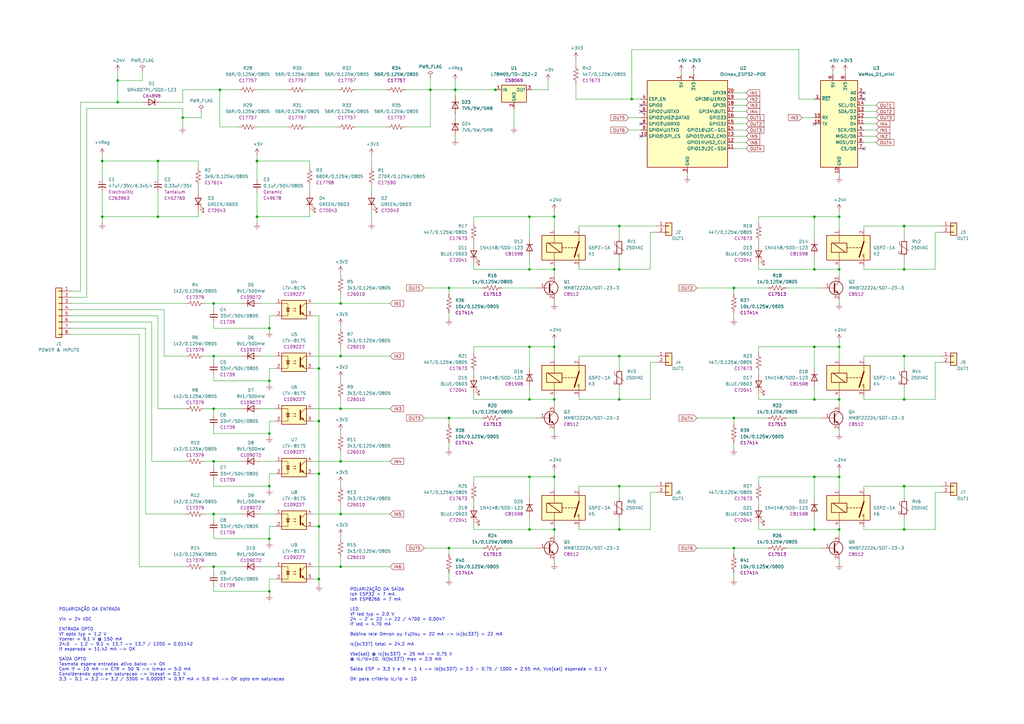
<source format=kicad_sch>
(kicad_sch (version 20211123) (generator eeschema)
  (paper "A3")
  (title_block (title "ESP 6x 24VDC Input 6x Relay Output Module") (date "2022-03-06") (rev "V2"))
  (junction (at 130.81 237.49))
  (junction (at 370.84 199.39))
  (junction (at 130.81 194.31))
  (junction (at 300.99 224.79))
  (junction (at 217.17 163.83))
  (junction (at 217.17 110.49))
  (junction (at 254 163.83))
  (junction (at 139.7 146.05))
  (junction (at 227.33 195.58))
  (junction (at 90.17 36.83))
  (junction (at 334.01 88.9))
  (junction (at 184.15 118.11))
  (junction (at 130.81 151.13))
  (junction (at 139.7 167.64))
  (junction (at 217.17 195.58))
  (junction (at 344.17 142.24))
  (junction (at 227.33 163.83))
  (junction (at 105.41 66.04))
  (junction (at 344.17 88.9))
  (junction (at 186.69 36.83))
  (junction (at 139.7 189.23))
  (junction (at 64.77 66.04))
  (junction (at 334.01 110.49))
  (junction (at 254 217.17))
  (junction (at 48.26 41.91))
  (junction (at 300.99 118.11))
  (junction (at 370.84 217.17))
  (junction (at 176.53 36.83))
  (junction (at 64.77 88.9))
  (junction (at 254 92.71))
  (junction (at 344.17 163.83))
  (junction (at 110.49 156.21))
  (junction (at 110.49 220.98))
  (junction (at 334.01 142.24))
  (junction (at 139.7 124.46))
  (junction (at 227.33 217.17))
  (junction (at 87.63 167.64))
  (junction (at 254 146.05))
  (junction (at 370.84 110.49))
  (junction (at 139.7 232.41))
  (junction (at 184.15 224.79))
  (junction (at 110.49 242.57))
  (junction (at 334.01 217.17))
  (junction (at 41.91 88.9))
  (junction (at 130.81 172.72))
  (junction (at 217.17 88.9))
  (junction (at 203.2 36.83))
  (junction (at 254 110.49))
  (junction (at 370.84 146.05))
  (junction (at 110.49 134.62))
  (junction (at 370.84 92.71))
  (junction (at 217.17 217.17))
  (junction (at 184.15 171.45))
  (junction (at 254 199.39))
  (junction (at 87.63 124.46))
  (junction (at 334.01 195.58))
  (junction (at 344.17 195.58))
  (junction (at 344.17 110.49))
  (junction (at 334.01 163.83))
  (junction (at 41.91 66.04))
  (junction (at 87.63 210.82))
  (junction (at 139.7 210.82))
  (junction (at 87.63 232.41))
  (junction (at 259.08 40.64))
  (junction (at 110.49 177.8))
  (junction (at 48.26 33.02))
  (junction (at 217.17 142.24))
  (junction (at 227.33 110.49))
  (junction (at 300.99 171.45))
  (junction (at 87.63 146.05))
  (junction (at 105.41 88.9))
  (junction (at 130.81 215.9))
  (junction (at 344.17 217.17))
  (junction (at 110.49 199.39))
  (junction (at 227.33 142.24))
  (junction (at 74.93 48.26))
  (junction (at 370.84 163.83))
  (junction (at 87.63 189.23))
  (junction (at 227.33 88.9))
  (no_connect (at 262.89 50.8))
  (no_connect (at 354.33 40.64))
  (no_connect (at 354.33 38.1))
  (no_connect (at 262.89 43.18))
  (no_connect (at 334.01 50.8))
  (no_connect (at 262.89 55.88))
  (no_connect (at 262.89 45.72))
  (no_connect (at 354.33 60.96))
  (wire (pts (xy 300.99 118.11) (xy 300.99 120.65)))
  (wire (pts (xy 41.91 91.44) (xy 41.91 88.9)))
  (wire (pts (xy 237.49 92.71) (xy 254 92.71)))
  (wire (pts (xy 383.54 148.59) (xy 383.54 163.83)))
  (wire (pts (xy 186.69 33.02) (xy 186.69 36.83)))
  (wire (pts (xy 359.41 58.42) (xy 354.33 58.42)))
  (wire (pts (xy 354.33 55.88) (xy 359.41 55.88)))
  (wire (pts (xy 354.33 110.49) (xy 354.33 109.22)))
  (wire (pts (xy 83.82 124.46) (xy 87.63 124.46)))
  (wire (pts (xy 354.33 217.17) (xy 354.33 215.9)))
  (wire (pts (xy 306.07 53.34) (xy 300.99 53.34)))
  (wire (pts (xy 259.08 40.64) (xy 262.89 40.64)))
  (wire (pts (xy 87.63 170.18) (xy 87.63 167.64)))
  (wire (pts (xy 279.4 30.48) (xy 279.4 29.21)))
  (wire (pts (xy 139.7 176.53) (xy 139.7 177.8)))
  (wire (pts (xy 311.15 152.4) (xy 311.15 153.67)))
  (wire (pts (xy 184.15 171.45) (xy 184.15 173.99)))
  (wire (pts (xy 300.99 171.45) (xy 314.96 171.45)))
  (wire (pts (xy 105.41 91.44) (xy 105.41 88.9)))
  (wire (pts (xy 370.84 158.75) (xy 370.84 163.83)))
  (wire (pts (xy 227.33 162.56) (xy 227.33 163.83)))
  (wire (pts (xy 334.01 40.64) (xy 327.66 40.64)))
  (wire (pts (xy 254 105.41) (xy 254 110.49)))
  (wire (pts (xy 254 110.49) (xy 237.49 110.49)))
  (wire (pts (xy 306.07 45.72) (xy 300.99 45.72)))
  (wire (pts (xy 62.23 189.23) (xy 76.2 189.23)))
  (wire (pts (xy 344.17 176.53) (xy 344.17 177.8)))
  (wire (pts (xy 139.7 210.82) (xy 160.02 210.82)))
  (wire (pts (xy 370.84 204.47) (xy 370.84 199.39)))
  (wire (pts (xy 311.15 88.9) (xy 334.01 88.9)))
  (wire (pts (xy 64.77 129.54) (xy 64.77 167.64)))
  (wire (pts (xy 87.63 177.8) (xy 110.49 177.8)))
  (wire (pts (xy 113.03 172.72) (xy 110.49 172.72)))
  (wire (pts (xy 237.49 110.49) (xy 237.49 109.22)))
  (wire (pts (xy 110.49 177.8) (xy 110.49 179.07)))
  (wire (pts (xy 300.99 171.45) (xy 300.99 173.99)))
  (wire (pts (xy 227.33 176.53) (xy 227.33 177.8)))
  (wire (pts (xy 105.41 78.74) (xy 105.41 88.9)))
  (wire (pts (xy 113.03 194.31) (xy 110.49 194.31)))
  (wire (pts (xy 354.33 199.39) (xy 354.33 200.66)))
  (wire (pts (xy 194.31 142.24) (xy 194.31 144.78)))
  (wire (pts (xy 217.17 195.58) (xy 227.33 195.58)))
  (wire (pts (xy 254 199.39) (xy 269.24 199.39)))
  (wire (pts (xy 354.33 92.71) (xy 370.84 92.71)))
  (wire (pts (xy 62.23 132.08) (xy 62.23 189.23)))
  (wire (pts (xy 29.21 127) (xy 67.31 127)))
  (wire (pts (xy 344.17 193.04) (xy 344.17 195.58)))
  (wire (pts (xy 110.49 156.21) (xy 110.49 157.48)))
  (wire (pts (xy 370.84 163.83) (xy 354.33 163.83)))
  (wire (pts (xy 128.27 232.41) (xy 139.7 232.41)))
  (wire (pts (xy 139.7 219.71) (xy 139.7 220.98)))
  (wire (pts (xy 152.4 78.74) (xy 152.4 76.2)))
  (wire (pts (xy 386.08 95.25) (xy 383.54 95.25)))
  (wire (pts (xy 218.44 36.83) (xy 224.79 36.83)))
  (wire (pts (xy 64.77 66.04) (xy 41.91 66.04)))
  (wire (pts (xy 194.31 88.9) (xy 217.17 88.9)))
  (wire (pts (xy 359.41 53.34) (xy 354.33 53.34)))
  (wire (pts (xy 311.15 217.17) (xy 334.01 217.17)))
  (wire (pts (xy 127 86.36) (xy 127 88.9)))
  (wire (pts (xy 139.7 124.46) (xy 160.02 124.46)))
  (wire (pts (xy 139.7 154.94) (xy 139.7 156.21)))
  (wire (pts (xy 64.77 88.9) (xy 41.91 88.9)))
  (wire (pts (xy 227.33 229.87) (xy 227.33 231.14)))
  (wire (pts (xy 354.33 45.72) (xy 359.41 45.72)))
  (wire (pts (xy 128.27 151.13) (xy 130.81 151.13)))
  (wire (pts (xy 176.53 31.75) (xy 176.53 36.83)))
  (wire (pts (xy 194.31 107.95) (xy 194.31 110.49)))
  (wire (pts (xy 311.15 99.06) (xy 311.15 100.33)))
  (wire (pts (xy 106.68 232.41) (xy 113.03 232.41)))
  (wire (pts (xy 128.27 189.23) (xy 139.7 189.23)))
  (wire (pts (xy 370.84 199.39) (xy 386.08 199.39)))
  (wire (pts (xy 127 78.74) (xy 127 76.2)))
  (wire (pts (xy 227.33 193.04) (xy 227.33 195.58)))
  (wire (pts (xy 236.22 40.64) (xy 259.08 40.64)))
  (wire (pts (xy 334.01 105.41) (xy 334.01 110.49)))
  (wire (pts (xy 254 97.79) (xy 254 92.71)))
  (wire (pts (xy 87.63 146.05) (xy 99.06 146.05)))
  (wire (pts (xy 105.41 73.66) (xy 105.41 66.04)))
  (wire (pts (xy 139.7 163.83) (xy 139.7 167.64)))
  (wire (pts (xy 266.7 95.25) (xy 266.7 110.49)))
  (wire (pts (xy 227.33 195.58) (xy 227.33 200.66)))
  (wire (pts (xy 254 204.47) (xy 254 199.39)))
  (wire (pts (xy 110.49 220.98) (xy 110.49 222.25)))
  (wire (pts (xy 334.01 97.79) (xy 334.01 88.9)))
  (wire (pts (xy 64.77 78.74) (xy 64.77 88.9)))
  (wire (pts (xy 205.74 118.11) (xy 219.71 118.11)))
  (wire (pts (xy 344.17 229.87) (xy 344.17 231.14)))
  (wire (pts (xy 354.33 50.8) (xy 359.41 50.8)))
  (wire (pts (xy 269.24 95.25) (xy 266.7 95.25)))
  (wire (pts (xy 217.17 151.13) (xy 217.17 142.24)))
  (wire (pts (xy 83.82 146.05) (xy 87.63 146.05)))
  (wire (pts (xy 87.63 199.39) (xy 110.49 199.39)))
  (wire (pts (xy 346.71 29.21) (xy 346.71 30.48)))
  (wire (pts (xy 194.31 205.74) (xy 194.31 207.01)))
  (wire (pts (xy 87.63 156.21) (xy 110.49 156.21)))
  (wire (pts (xy 35.56 121.92) (xy 35.56 44.45)))
  (wire (pts (xy 186.69 36.83) (xy 203.2 36.83)))
  (wire (pts (xy 354.33 163.83) (xy 354.33 162.56)))
  (wire (pts (xy 139.7 198.12) (xy 139.7 199.39)))
  (wire (pts (xy 173.99 171.45) (xy 184.15 171.45)))
  (wire (pts (xy 370.84 146.05) (xy 386.08 146.05)))
  (wire (pts (xy 344.17 88.9) (xy 344.17 93.98)))
  (wire (pts (xy 110.49 151.13) (xy 110.49 156.21)))
  (wire (pts (xy 344.17 215.9) (xy 344.17 217.17)))
  (wire (pts (xy 344.17 86.36) (xy 344.17 88.9)))
  (wire (pts (xy 224.79 33.02) (xy 224.79 36.83)))
  (wire (pts (xy 217.17 158.75) (xy 217.17 163.83)))
  (wire (pts (xy 74.93 41.91) (xy 74.93 36.83)))
  (wire (pts (xy 105.41 52.07) (xy 118.11 52.07)))
  (wire (pts (xy 194.31 99.06) (xy 194.31 100.33)))
  (wire (pts (xy 110.49 237.49) (xy 110.49 242.57)))
  (wire (pts (xy 300.99 224.79) (xy 300.99 227.33)))
  (wire (pts (xy 87.63 132.08) (xy 87.63 134.62)))
  (wire (pts (xy 87.63 175.26) (xy 87.63 177.8)))
  (wire (pts (xy 87.63 218.44) (xy 87.63 220.98)))
  (wire (pts (xy 383.54 201.93) (xy 383.54 217.17)))
  (wire (pts (xy 334.01 204.47) (xy 334.01 195.58)))
  (wire (pts (xy 262.89 53.34) (xy 257.81 53.34)))
  (wire (pts (xy 139.7 142.24) (xy 139.7 146.05)))
  (wire (pts (xy 344.17 195.58) (xy 344.17 200.66)))
  (wire (pts (xy 130.81 129.54) (xy 130.81 151.13)))
  (wire (pts (xy 128.27 237.49) (xy 130.81 237.49)))
  (wire (pts (xy 33.02 119.38) (xy 33.02 41.91)))
  (wire (pts (xy 87.63 240.03) (xy 87.63 242.57)))
  (wire (pts (xy 236.22 24.13) (xy 236.22 26.67)))
  (wire (pts (xy 82.55 45.72) (xy 82.55 48.26)))
  (wire (pts (xy 64.77 167.64) (xy 76.2 167.64)))
  (wire (pts (xy 58.42 33.02) (xy 48.26 33.02)))
  (wire (pts (xy 184.15 118.11) (xy 184.15 120.65)))
  (wire (pts (xy 311.15 88.9) (xy 311.15 91.44)))
  (wire (pts (xy 311.15 107.95) (xy 311.15 110.49)))
  (wire (pts (xy 139.7 167.64) (xy 160.02 167.64)))
  (wire (pts (xy 322.58 171.45) (xy 336.55 171.45)))
  (wire (pts (xy 74.93 48.26) (xy 74.93 52.07)))
  (wire (pts (xy 66.04 41.91) (xy 74.93 41.91)))
  (wire (pts (xy 67.31 146.05) (xy 76.2 146.05)))
  (wire (pts (xy 105.41 63.5) (xy 105.41 66.04)))
  (wire (pts (xy 184.15 118.11) (xy 198.12 118.11)))
  (wire (pts (xy 285.75 224.79) (xy 300.99 224.79)))
  (wire (pts (xy 139.7 228.6) (xy 139.7 232.41)))
  (wire (pts (xy 194.31 214.63) (xy 194.31 217.17)))
  (wire (pts (xy 257.81 48.26) (xy 262.89 48.26)))
  (wire (pts (xy 186.69 36.83) (xy 186.69 39.37)))
  (wire (pts (xy 354.33 92.71) (xy 354.33 93.98)))
  (wire (pts (xy 334.01 88.9) (xy 344.17 88.9)))
  (wire (pts (xy 110.49 172.72) (xy 110.49 177.8)))
  (wire (pts (xy 127 66.04) (xy 105.41 66.04)))
  (wire (pts (xy 383.54 217.17) (xy 370.84 217.17)))
  (wire (pts (xy 306.07 43.18) (xy 300.99 43.18)))
  (wire (pts (xy 334.01 212.09) (xy 334.01 217.17)))
  (wire (pts (xy 139.7 189.23) (xy 160.02 189.23)))
  (wire (pts (xy 130.81 215.9) (xy 130.81 237.49)))
  (wire (pts (xy 344.17 123.19) (xy 344.17 124.46)))
  (wire (pts (xy 344.17 110.49) (xy 344.17 113.03)))
  (wire (pts (xy 59.69 210.82) (xy 76.2 210.82)))
  (wire (pts (xy 110.49 242.57) (xy 110.49 243.84)))
  (wire (pts (xy 311.15 214.63) (xy 311.15 217.17)))
  (wire (pts (xy 194.31 88.9) (xy 194.31 91.44)))
  (wire (pts (xy 300.99 118.11) (xy 314.96 118.11)))
  (wire (pts (xy 97.79 52.07) (xy 90.17 52.07)))
  (wire (pts (xy 334.01 151.13) (xy 334.01 142.24)))
  (wire (pts (xy 173.99 224.79) (xy 184.15 224.79)))
  (wire (pts (xy 110.49 215.9) (xy 110.49 220.98)))
  (wire (pts (xy 87.63 153.67) (xy 87.63 156.21)))
  (wire (pts (xy 139.7 207.01) (xy 139.7 210.82)))
  (wire (pts (xy 184.15 128.27) (xy 184.15 130.81)))
  (wire (pts (xy 87.63 191.77) (xy 87.63 189.23)))
  (wire (pts (xy 306.07 50.8) (xy 300.99 50.8)))
  (wire (pts (xy 237.49 199.39) (xy 254 199.39)))
  (wire (pts (xy 106.68 124.46) (xy 113.03 124.46)))
  (wire (pts (xy 370.84 212.09) (xy 370.84 217.17)))
  (wire (pts (xy 370.84 105.41) (xy 370.84 110.49)))
  (wire (pts (xy 87.63 124.46) (xy 99.06 124.46)))
  (wire (pts (xy 344.17 163.83) (xy 344.17 166.37)))
  (wire (pts (xy 146.05 36.83) (xy 158.75 36.83)))
  (wire (pts (xy 83.82 210.82) (xy 87.63 210.82)))
  (wire (pts (xy 81.28 66.04) (xy 64.77 66.04)))
  (wire (pts (xy 217.17 105.41) (xy 217.17 110.49)))
  (wire (pts (xy 130.81 237.49) (xy 130.81 240.03)))
  (wire (pts (xy 176.53 52.07) (xy 176.53 36.83)))
  (wire (pts (xy 254 158.75) (xy 254 163.83)))
  (wire (pts (xy 152.4 63.5) (xy 152.4 68.58)))
  (wire (pts (xy 194.31 163.83) (xy 217.17 163.83)))
  (wire (pts (xy 354.33 48.26) (xy 359.41 48.26)))
  (wire (pts (xy 128.27 146.05) (xy 139.7 146.05)))
  (wire (pts (xy 311.15 205.74) (xy 311.15 207.01)))
  (wire (pts (xy 370.84 217.17) (xy 354.33 217.17)))
  (wire (pts (xy 194.31 195.58) (xy 217.17 195.58)))
  (wire (pts (xy 383.54 110.49) (xy 370.84 110.49)))
  (wire (pts (xy 105.41 36.83) (xy 118.11 36.83)))
  (wire (pts (xy 370.84 110.49) (xy 354.33 110.49)))
  (wire (pts (xy 237.49 146.05) (xy 254 146.05)))
  (wire (pts (xy 237.49 217.17) (xy 237.49 215.9)))
  (wire (pts (xy 227.33 142.24) (xy 227.33 147.32)))
  (wire (pts (xy 166.37 52.07) (xy 176.53 52.07)))
  (wire (pts (xy 327.66 40.64) (xy 327.66 20.32)))
  (wire (pts (xy 128.27 215.9) (xy 130.81 215.9)))
  (wire (pts (xy 186.69 55.88) (xy 186.69 57.15)))
  (wire (pts (xy 139.7 133.35) (xy 139.7 134.62)))
  (wire (pts (xy 300.99 181.61) (xy 300.99 184.15)))
  (wire (pts (xy 125.73 52.07) (xy 138.43 52.07)))
  (wire (pts (xy 306.07 58.42) (xy 300.99 58.42)))
  (wire (pts (xy 311.15 142.24) (xy 334.01 142.24)))
  (wire (pts (xy 113.03 215.9) (xy 110.49 215.9)))
  (wire (pts (xy 227.33 110.49) (xy 227.33 113.03)))
  (wire (pts (xy 176.53 36.83) (xy 186.69 36.83)))
  (wire (pts (xy 237.49 163.83) (xy 237.49 162.56)))
  (wire (pts (xy 184.15 181.61) (xy 184.15 184.15)))
  (wire (pts (xy 300.99 224.79) (xy 314.96 224.79)))
  (wire (pts (xy 87.63 167.64) (xy 99.06 167.64)))
  (wire (pts (xy 227.33 163.83) (xy 227.33 166.37)))
  (wire (pts (xy 205.74 171.45) (xy 219.71 171.45)))
  (wire (pts (xy 322.58 224.79) (xy 336.55 224.79)))
  (wire (pts (xy 41.91 63.5) (xy 41.91 66.04)))
  (wire (pts (xy 41.91 88.9) (xy 41.91 78.74)))
  (wire (pts (xy 87.63 210.82) (xy 99.06 210.82)))
  (wire (pts (xy 311.15 110.49) (xy 334.01 110.49)))
  (wire (pts (xy 311.15 161.29) (xy 311.15 163.83)))
  (wire (pts (xy 83.82 189.23) (xy 87.63 189.23)))
  (wire (pts (xy 29.21 137.16) (xy 57.15 137.16)))
  (wire (pts (xy 57.15 232.41) (xy 76.2 232.41)))
  (wire (pts (xy 184.15 234.95) (xy 184.15 237.49)))
  (wire (pts (xy 166.37 36.83) (xy 176.53 36.83)))
  (wire (pts (xy 81.28 86.36) (xy 81.28 88.9)))
  (wire (pts (xy 354.33 146.05) (xy 370.84 146.05)))
  (wire (pts (xy 266.7 148.59) (xy 266.7 163.83)))
  (wire (pts (xy 328.93 48.26) (xy 334.01 48.26)))
  (wire (pts (xy 29.21 132.08) (xy 62.23 132.08)))
  (wire (pts (xy 29.21 134.62) (xy 59.69 134.62)))
  (wire (pts (xy 83.82 167.64) (xy 87.63 167.64)))
  (wire (pts (xy 152.4 86.36) (xy 152.4 91.44)))
  (wire (pts (xy 128.27 172.72) (xy 130.81 172.72)))
  (wire (pts (xy 237.49 199.39) (xy 237.49 200.66)))
  (wire (pts (xy 139.7 185.42) (xy 139.7 189.23)))
  (wire (pts (xy 344.17 162.56) (xy 344.17 163.83)))
  (wire (pts (xy 284.48 30.48) (xy 284.48 29.21)))
  (wire (pts (xy 370.84 92.71) (xy 386.08 92.71)))
  (wire (pts (xy 311.15 195.58) (xy 311.15 198.12)))
  (wire (pts (xy 227.33 123.19) (xy 227.33 124.46)))
  (wire (pts (xy 300.99 128.27) (xy 300.99 130.81)))
  (wire (pts (xy 74.93 44.45) (xy 74.93 48.26)))
  (wire (pts (xy 383.54 95.25) (xy 383.54 110.49)))
  (wire (pts (xy 87.63 220.98) (xy 110.49 220.98)))
  (wire (pts (xy 370.84 97.79) (xy 370.84 92.71)))
  (wire (pts (xy 81.28 78.74) (xy 81.28 76.2)))
  (wire (pts (xy 35.56 44.45) (xy 74.93 44.45)))
  (wire (pts (xy 254 163.83) (xy 237.49 163.83)))
  (wire (pts (xy 254 146.05) (xy 269.24 146.05)))
  (wire (pts (xy 306.07 40.64) (xy 300.99 40.64)))
  (wire (pts (xy 90.17 36.83) (xy 97.79 36.83)))
  (wire (pts (xy 217.17 142.24) (xy 227.33 142.24)))
  (wire (pts (xy 344.17 217.17) (xy 344.17 219.71)))
  (wire (pts (xy 29.21 129.54) (xy 64.77 129.54)))
  (wire (pts (xy 217.17 110.49) (xy 227.33 110.49)))
  (wire (pts (xy 217.17 217.17) (xy 227.33 217.17)))
  (wire (pts (xy 130.81 172.72) (xy 130.81 194.31)))
  (wire (pts (xy 311.15 142.24) (xy 311.15 144.78)))
  (wire (pts (xy 87.63 213.36) (xy 87.63 210.82)))
  (wire (pts (xy 334.01 142.24) (xy 344.17 142.24)))
  (wire (pts (xy 300.99 234.95) (xy 300.99 237.49)))
  (wire (pts (xy 227.33 109.22) (xy 227.33 110.49)))
  (wire (pts (xy 194.31 110.49) (xy 217.17 110.49)))
  (wire (pts (xy 311.15 195.58) (xy 334.01 195.58)))
  (wire (pts (xy 110.49 199.39) (xy 110.49 200.66)))
  (wire (pts (xy 127 88.9) (xy 105.41 88.9)))
  (wire (pts (xy 48.26 29.21) (xy 48.26 33.02)))
  (wire (pts (xy 194.31 152.4) (xy 194.31 153.67)))
  (wire (pts (xy 217.17 97.79) (xy 217.17 88.9)))
  (wire (pts (xy 184.15 224.79) (xy 198.12 224.79)))
  (wire (pts (xy 285.75 171.45) (xy 300.99 171.45)))
  (wire (pts (xy 370.84 151.13) (xy 370.84 146.05)))
  (wire (pts (xy 266.7 201.93) (xy 266.7 217.17)))
  (wire (pts (xy 354.33 146.05) (xy 354.33 147.32)))
  (wire (pts (xy 82.55 48.26) (xy 74.93 48.26)))
  (wire (pts (xy 128.27 124.46) (xy 139.7 124.46)))
  (wire (pts (xy 194.31 161.29) (xy 194.31 163.83)))
  (wire (pts (xy 139.7 146.05) (xy 160.02 146.05)))
  (wire (pts (xy 146.05 52.07) (xy 158.75 52.07)))
  (wire (pts (xy 217.17 204.47) (xy 217.17 195.58)))
  (wire (pts (xy 236.22 34.29) (xy 236.22 40.64)))
  (wire (pts (xy 254 92.71) (xy 269.24 92.71)))
  (wire (pts (xy 139.7 120.65) (xy 139.7 124.46)))
  (wire (pts (xy 227.33 86.36) (xy 227.33 88.9)))
  (wire (pts (xy 113.03 237.49) (xy 110.49 237.49)))
  (wire (pts (xy 359.41 43.18) (xy 354.33 43.18)))
  (wire (pts (xy 386.08 201.93) (xy 383.54 201.93)))
  (wire (pts (xy 128.27 129.54) (xy 130.81 129.54)))
  (wire (pts (xy 254 151.13) (xy 254 146.05)))
  (wire (pts (xy 184.15 224.79) (xy 184.15 227.33)))
  (wire (pts (xy 87.63 234.95) (xy 87.63 232.41)))
  (wire (pts (xy 259.08 20.32) (xy 259.08 40.64)))
  (wire (pts (xy 41.91 66.04) (xy 41.91 73.66)))
  (wire (pts (xy 227.33 139.7) (xy 227.33 142.24)))
  (wire (pts (xy 184.15 171.45) (xy 198.12 171.45)))
  (wire (pts (xy 130.81 194.31) (xy 130.81 215.9)))
  (wire (pts (xy 237.49 92.71) (xy 237.49 93.98)))
  (wire (pts (xy 173.99 118.11) (xy 184.15 118.11)))
  (wire (pts (xy 106.68 189.23) (xy 113.03 189.23)))
  (wire (pts (xy 110.49 194.31) (xy 110.49 199.39)))
  (wire (pts (xy 106.68 167.64) (xy 113.03 167.64)))
  (wire (pts (xy 125.73 36.83) (xy 138.43 36.83)))
  (wire (pts (xy 334.01 217.17) (xy 344.17 217.17)))
  (wire (pts (xy 194.31 217.17) (xy 217.17 217.17)))
  (wire (pts (xy 334.01 195.58) (xy 344.17 195.58)))
  (wire (pts (xy 281.94 72.39) (xy 281.94 71.12)))
  (wire (pts (xy 58.42 29.21) (xy 58.42 33.02)))
  (wire (pts (xy 83.82 232.41) (xy 87.63 232.41)))
  (wire (pts (xy 205.74 36.83) (xy 203.2 36.83)))
  (wire (pts (xy 254 217.17) (xy 237.49 217.17)))
  (wire (pts (xy 237.49 146.05) (xy 237.49 147.32)))
  (wire (pts (xy 306.07 48.26) (xy 300.99 48.26)))
  (wire (pts (xy 87.63 232.41) (xy 99.06 232.41)))
  (wire (pts (xy 128.27 167.64) (xy 139.7 167.64)))
  (wire (pts (xy 29.21 124.46) (xy 76.2 124.46)))
  (wire (pts (xy 334.01 163.83) (xy 344.17 163.83)))
  (wire (pts (xy 81.28 88.9) (xy 64.77 88.9)))
  (wire (pts (xy 194.31 142.24) (xy 217.17 142.24)))
  (wire (pts (xy 311.15 163.83) (xy 334.01 163.83)))
  (wire (pts (xy 266.7 217.17) (xy 254 217.17)))
  (wire (pts (xy 113.03 151.13) (xy 110.49 151.13)))
  (wire (pts (xy 48.26 33.02) (xy 48.26 41.91)))
  (wire (pts (xy 327.66 20.32) (xy 259.08 20.32)))
  (wire (pts (xy 87.63 148.59) (xy 87.63 146.05)))
  (wire (pts (xy 48.26 41.91) (xy 58.42 41.91)))
  (wire (pts (xy 87.63 189.23) (xy 99.06 189.23)))
  (wire (pts (xy 87.63 242.57) (xy 110.49 242.57)))
  (wire (pts (xy 344.17 142.24) (xy 344.17 147.32)))
  (wire (pts (xy 227.33 217.17) (xy 227.33 219.71)))
  (wire (pts (xy 269.24 201.93) (xy 266.7 201.93)))
  (wire (pts (xy 128.27 194.31) (xy 130.81 194.31)))
  (wire (pts (xy 254 212.09) (xy 254 217.17)))
  (wire (pts (xy 217.17 88.9) (xy 227.33 88.9)))
  (wire (pts (xy 285.75 118.11) (xy 300.99 118.11)))
  (wire (pts (xy 87.63 127) (xy 87.63 124.46)))
  (wire (pts (xy 87.63 196.85) (xy 87.63 199.39)))
  (wire (pts (xy 128.27 210.82) (xy 139.7 210.82)))
  (wire (pts (xy 334.01 158.75) (xy 334.01 163.83)))
  (wire (pts (xy 300.99 38.1) (xy 306.07 38.1)))
  (wire (pts (xy 266.7 110.49) (xy 254 110.49)))
  (wire (pts (xy 29.21 119.38) (xy 33.02 119.38)))
  (wire (pts (xy 130.81 151.13) (xy 130.81 172.72)))
  (wire (pts (xy 113.03 129.54) (xy 110.49 129.54)))
  (wire (pts (xy 341.63 29.21) (xy 341.63 30.48)))
  (wire (pts (xy 33.02 41.91) (xy 48.26 41.91)))
  (wire (pts (xy 29.21 121.92) (xy 35.56 121.92)))
  (wire (pts (xy 110.49 129.54) (xy 110.49 134.62)))
  (wire (pts (xy 74.93 36.83) (xy 90.17 36.83)))
  (wire (pts (xy 227.33 88.9) (xy 227.33 93.98)))
  (wire (pts (xy 90.17 52.07) (xy 90.17 36.83)))
  (wire (pts (xy 344.17 109.22) (xy 344.17 110.49)))
  (wire (pts (xy 354.33 199.39) (xy 370.84 199.39)))
  (wire (pts (xy 386.08 148.59) (xy 383.54 148.59)))
  (wire (pts (xy 186.69 46.99) (xy 186.69 48.26)))
  (wire (pts (xy 217.17 212.09) (xy 217.17 217.17)))
  (wire (pts (xy 57.15 137.16) (xy 57.15 232.41)))
  (wire (pts (xy 266.7 163.83) (xy 254 163.83)))
  (wire (pts (xy 344.17 139.7) (xy 344.17 142.24)))
  (wire (pts (xy 210.82 44.45) (xy 210.82 52.07)))
  (wire (pts (xy 106.68 210.82) (xy 113.03 210.82)))
  (wire (pts (xy 64.77 73.66) (xy 64.77 66.04)))
  (wire (pts (xy 217.17 163.83) (xy 227.33 163.83)))
  (wire (pts (xy 306.07 60.96) (xy 300.99 60.96)))
  (wire (pts (xy 67.31 127) (xy 67.31 146.05)))
  (wire (pts (xy 322.58 118.11) (xy 336.55 118.11)))
  (wire (pts (xy 269.24 148.59) (xy 266.7 148.59)))
  (wire (pts (xy 81.28 68.58) (xy 81.28 66.04)))
  (wire (pts (xy 59.69 134.62) (xy 59.69 210.82)))
  (wire (pts (xy 106.68 146.05) (xy 113.03 146.05)))
  (wire (pts (xy 87.63 134.62) (xy 110.49 134.62)))
  (wire (pts (xy 110.49 134.62) (xy 110.49 135.89)))
  (wire (pts (xy 227.33 215.9) (xy 227.33 217.17)))
  (wire (pts (xy 334.01 110.49) (xy 344.17 110.49)))
  (wire (pts (xy 344.17 71.12) (xy 344.17 72.39)))
  (wire (pts (xy 127 68.58) (xy 127 66.04)))
  (wire (pts (xy 194.31 195.58) (xy 194.31 198.12)))
  (wire (pts (xy 306.07 55.88) (xy 300.99 55.88)))
  (wire (pts (xy 139.7 232.41) (xy 160.02 232.41)))
  (wire (pts (xy 383.54 163.83) (xy 370.84 163.83)))
  (wire (pts (xy 205.74 224.79) (xy 219.71 224.79)))
  (wire (pts (xy 139.7 111.76) (xy 139.7 113.03)))
  (text "POLARIZAÇÃO DA ENTRADA\n\nVin = 24 VDC\n\nENTRADA OPTO\nVf opto typ = 1,2 V\nVzener = 9,1 V @ 150 mA\n24,0  - 1,2 - 9,1 = 13,7 -> 13,7 / 1200 = 0,01142\nIf esperada = 11,42 mA -> OK\n\nSAÍDA OPTO\nTasmota espera entradas ativo baixo -> OK\nCom If = 10 mA -> CTR = 50 % -> Icmax = 5,0 mA\nConsiderando opto em saturacao -> Vcesat = 0,1 V\n3,3 - 0,1 = 3,2 -> 3,2 / 3300 = 0,00097 = 0,97 mA < 5,0 mA -> OK opto em saturacao\n" (at 24.13 279.4 0) (effects (font (size 1.27 1.27)) (justify left bottom)))
  (text "POLARIZAÇÃO DA SAÍDA\nIoh ESP32 = ? mA\nIoh ESP8266 = ? mA \n\nLED\nVf led typ = 2,0 V\n24 - 2 = 22 -> 22 / 4700 = 0,0047\nIf led = 4,70 mA\n\nBobina rele Omron ou Fujitsu = 22 mA -> Ic(bc337) = 22 mA\n\nIc(bc337) total = 24,2 mA\n\nVbe(sat) @ Ic(bc337) = 25 mA -> 0,75 V\n@ Ic/Ib=10, Ib(bc337) max = 2,5 mA\n\nSaida ESP = 3,3 V e R = 1 k -> Ib(bc337) = 3,3 - 0,75 / 1000 = 2,55 mA, Vce(sat) esperada = 0,1 V\n\nOK para critério Ic/Ib = 10" (at 143.51 279.4 0) (effects (font (size 1.27 1.27)) (justify left bottom)))
  (global_label "OUT2" (shape input) (at 306.07 50.8 0) (property "Intersheet References" "${INTERSHEET_REFS}" (effects hide)))
  (global_label "IN6" (shape input) (at 306.07 58.42 0) (property "Intersheet References" "${INTERSHEET_REFS}" (effects hide)))
  (global_label "IN2" (shape input) (at 160.02 146.05 0) (property "Intersheet References" "${INTERSHEET_REFS}" (effects hide)))
  (global_label "OUT4" (shape input) (at 285.75 171.45 180) (property "Intersheet References" "${INTERSHEET_REFS}" (effects hide)))
  (global_label "OUT3" (shape input) (at 306.07 53.34 0) (property "Intersheet References" "${INTERSHEET_REFS}" (effects hide)))
  (global_label "OUT2" (shape input) (at 285.75 118.11 180) (property "Intersheet References" "${INTERSHEET_REFS}" (effects hide)))
  (global_label "IN3" (shape input) (at 328.93 48.26 180) (property "Intersheet References" "${INTERSHEET_REFS}" (effects hide)))
  (global_label "OUT3" (shape input) (at 173.99 171.45 180) (property "Intersheet References" "${INTERSHEET_REFS}" (effects hide)))
  (global_label "IN6" (shape input) (at 160.02 232.41 0) (property "Intersheet References" "${INTERSHEET_REFS}" (effects hide)))
  (global_label "OUT5" (shape input) (at 173.99 224.79 180) (property "Intersheet References" "${INTERSHEET_REFS}" (effects hide)))
  (global_label "OUT4" (shape input) (at 306.07 60.96 0) (property "Intersheet References" "${INTERSHEET_REFS}" (effects hide)))
  (global_label "IN1" (shape input) (at 306.07 38.1 0) (property "Intersheet References" "${INTERSHEET_REFS}" (effects hide)))
  (global_label "IN3" (shape input) (at 306.07 43.18 0) (property "Intersheet References" "${INTERSHEET_REFS}" (effects hide)))
  (global_label "IN5" (shape input) (at 160.02 210.82 0) (property "Intersheet References" "${INTERSHEET_REFS}" (effects hide)))
  (global_label "IN1" (shape input) (at 160.02 124.46 0) (property "Intersheet References" "${INTERSHEET_REFS}" (effects hide)))
  (global_label "OUT5" (shape input) (at 257.81 48.26 180) (property "Intersheet References" "${INTERSHEET_REFS}" (effects hide)))
  (global_label "OUT1" (shape input) (at 359.41 43.18 0) (property "Intersheet References" "${INTERSHEET_REFS}" (effects hide)))
  (global_label "IN3" (shape input) (at 160.02 167.64 0) (property "Intersheet References" "${INTERSHEET_REFS}" (effects hide)))
  (global_label "IN1" (shape input) (at 359.41 53.34 0) (property "Intersheet References" "${INTERSHEET_REFS}" (effects hide)))
  (global_label "IN4" (shape input) (at 160.02 189.23 0) (property "Intersheet References" "${INTERSHEET_REFS}" (effects hide)))
  (global_label "IN2" (shape input) (at 306.07 40.64 0) (property "Intersheet References" "${INTERSHEET_REFS}" (effects hide)))
  (global_label "IN4" (shape input) (at 359.41 50.8 0) (property "Intersheet References" "${INTERSHEET_REFS}" (effects hide)))
  (global_label "OUT6" (shape input) (at 285.75 224.79 180) (property "Intersheet References" "${INTERSHEET_REFS}" (effects hide)))
  (global_label "OUT1" (shape input) (at 306.07 48.26 0) (property "Intersheet References" "${INTERSHEET_REFS}" (effects hide)))
  (global_label "IN5" (shape input) (at 306.07 55.88 0) (property "Intersheet References" "${INTERSHEET_REFS}" (effects hide)))
  (global_label "OUT2" (shape input) (at 359.41 45.72 0) (property "Intersheet References" "${INTERSHEET_REFS}" (effects hide)))
  (global_label "OUT4" (shape input) (at 359.41 58.42 0) (property "Intersheet References" "${INTERSHEET_REFS}" (effects hide)))
  (global_label "OUT1" (shape input) (at 173.99 118.11 180) (property "Intersheet References" "${INTERSHEET_REFS}" (effects hide)))
  (global_label "OUT3" (shape input) (at 359.41 48.26 0) (property "Intersheet References" "${INTERSHEET_REFS}" (effects hide)))
  (global_label "OUT6" (shape input) (at 257.81 53.34 180) (property "Intersheet References" "${INTERSHEET_REFS}" (effects hide)))
  (global_label "IN4" (shape input) (at 306.07 45.72 0) (property "Intersheet References" "${INTERSHEET_REFS}" (effects hide)))
  (global_label "IN2" (shape input) (at 359.41 55.88 0) (property "Intersheet References" "${INTERSHEET_REFS}" (effects hide)))
  (symbol (lib_id "Device:R_US") (at 201.93 118.11 270) (unit 1)
    (property "Reference" "R16" (at 201.93 113.03 90))
    (property "Value" "1k/0,125W/0805" (at 201.93 115.57 90))
    (property "Footprint" "Tales:R_0805_2012Metric" (effects hide))
    (property "Case" "0805/2012" (effects hide))
    (property "Mfr" "Uniroyal" (effects hide))
    (property "Mfr PN" "0805W8F1001T5E" (effects hide))
    (property "Vendor" "JLCPCB" (effects hide))
    (property "Vendor PN" "C17513" (effects hide))
    (property "LCSC Part" "C17513" (at 201.93 120.65 90))
    (property "JLCPCB BOM" "1" (effects hide))
  )
  (symbol (lib_id "Device:R_US") (at 80.01 124.46 270) (unit 1)
    (property "Reference" "R4" (at 80.01 116.84 90))
    (property "Value" "1k2/0,125W/0805" (at 80.01 119.38 90))
    (property "Footprint" "Tales:R_0805_2012Metric" (effects hide))
    (property "Case" "0805/2012" (effects hide))
    (property "Mfr" "Uniroyal" (effects hide))
    (property "Vendor" "JLCPCB" (effects hide))
    (property "Mfr PN" "0805W8F1201T5E" (effects hide))
    (property "Vendor PN" "C17379" (effects hide))
    (property "LCSC Part" "C17379" (at 80.01 121.92 90))
    (property "JLCPCB BOM" "1" (effects hide))
  )
  (symbol (lib_id "Device:R_US") (at 81.28 72.39 0) (unit 1)
    (property "Reference" "R2" (at 83.82 69.85 0) (effects (justify left)))
    (property "Value" "3k9/0,125W/0805" (at 83.82 72.39 0) (effects (justify left)))
    (property "Footprint" "Tales:R_0805_2012Metric" (effects hide))
    (property "Case" "0805/2012" (effects hide))
    (property "Mfr" "Uniroyal" (effects hide))
    (property "Mfr PN" "0805W8F3901T5E" (effects hide))
    (property "Vendor" "JLCPCB" (effects hide))
    (property "Vendor PN" "C17614" (effects hide))
    (property "LCSC Part" "C17614" (at 83.82 74.93 0) (effects (justify left)))
    (property "JLCPCB BOM" "1" (effects hide))
  )
  (symbol (lib_id "Device:D") (at 62.23 41.91 180) (unit 1)
    (property "Reference" "D1" (at 62.23 34.29 0))
    (property "Value" "SM4007PL/SOD-123" (at 62.23 36.83 0))
    (property "Footprint" "Tales:D_SOD-123" (effects hide))
    (property "Case" "SOD-123FL" (effects hide))
    (property "Mfr" "MDD" (effects hide))
    (property "Mfr PN" "SM4007PL" (effects hide))
    (property "Vendor" "JLCPCB" (effects hide))
    (property "Vendor PN" "C64898" (effects hide))
    (property "LCSC Part" "C64898" (at 62.23 39.37 0))
    (property "JLCPCB BOM" "1" (effects hide))
  )
  (symbol (lib_id "Regulator_Linear:L7805") (at 210.82 36.83 0) (unit 1)
    (property "Reference" "U1" (at 210.82 27.94 0))
    (property "Value" "L78M05/TO-252-2" (at 210.82 30.48 0))
    (property "Footprint" "Tales:TO-252-2" (effects hide))
    (property "Datasheet" "http://www.st.com/content/ccc/resource/technical/document/datasheet/41/4f/b3/b0/12/d4/47/88/CD00000444.pdf/files/CD00000444.pdf/jcr:content/translations/en.CD00000444.pdf" (effects hide))
    (property "Case" "TO-252-2" (effects hide))
    (property "Mfr" "ST Micro" (effects hide))
    (property "Mfr PN" "L78M05ABDT-TR" (effects hide))
    (property "Vendor" "JLCPCB" (effects hide))
    (property "Vendor PN" "C58069" (effects hide))
    (property "LCSC Part" "C58069" (at 210.82 33.02 0))
    (property "JLCPCB BOM" "1" (effects hide))
  )
  (symbol (lib_id "Tales:Olimex_ESP32-POE") (at 281.94 50.8 0) (unit 1)
    (property "Reference" "U2" (at 304.8 27.94 0))
    (property "Value" "Olimex_ESP32-POE" (at 304.8 30.48 0))
    (property "Footprint" "Tales:Olimex_ESP32-POE_Pads" (effects hide))
    (property "Mfr" "Olimex" (effects hide))
    (property "Mfr PN" "ESP32-POE" (effects hide))
    (property "Vendor" "Digikey" (effects hide))
    (property "Vendor PN" "1188-ESP32-POE-ND" (effects hide))
    (property "JLCPCB BOM" "0" (effects hide))
  )
  (symbol (lib_id "Device:D_Zener") (at 102.87 124.46 0) (unit 1)
    (property "Reference" "D5" (at 102.87 116.84 0))
    (property "Value" "9V1/500mW" (at 102.87 119.38 0))
    (property "Footprint" "Tales:D_MiniMELF" (effects hide))
    (property "Case" "MiniMELF" (effects hide))
    (property "Mfr" "Semtech" (effects hide))
    (property "Mfr PN" "ZMM5239B" (effects hide))
    (property "Vendor" "JLCPCB" (effects hide))
    (property "Vendor PN" "C109072" (effects hide))
    (property "JLCPCB BOM" "1" (effects hide))
    (property "LCSC Part" "C109072" (at 102.87 121.92 0))
  )
  (symbol (lib_id "power:+5V") (at 105.41 63.5 0) (unit 1)
    (property "Reference" "#PWR013" (effects hide))
    (property "Value" "+5V" (at 105.791 59.1058 0))
  )
  (symbol (lib_id "power:+3.3V") (at 152.4 63.5 0) (unit 1)
    (property "Reference" "#PWR08" (effects hide))
    (property "Value" "+3.3V" (at 152.781 59.1058 0))
  )
  (symbol (lib_id "power:GNDREF") (at 105.41 91.44 0) (unit 1)
    (property "Reference" "#PWR019" (effects hide))
    (property "Value" "GNDREF" (effects hide))
  )
  (symbol (lib_id "power:GNDREF") (at 152.4 91.44 0) (unit 1)
    (property "Reference" "#PWR011" (effects hide))
    (property "Value" "GNDREF" (effects hide))
  )
  (symbol (lib_id "power:GNDREF") (at 110.49 135.89 0) (unit 1)
    (property "Reference" "#PWR024" (effects hide))
    (property "Value" "GNDREF" (effects hide))
  )
  (symbol (lib_id "Device:R_US") (at 80.01 146.05 270) (unit 1)
    (property "Reference" "R6" (at 80.01 138.43 90))
    (property "Value" "1k2/0,125W/0805" (at 80.01 140.97 90))
    (property "Footprint" "Tales:R_0805_2012Metric" (effects hide))
    (property "Case" "0805/2012" (effects hide))
    (property "Mfr" "Uniroyal" (effects hide))
    (property "Vendor" "JLCPCB" (effects hide))
    (property "Mfr PN" "0805W8F1201T5E" (effects hide))
    (property "Vendor PN" "C17379" (effects hide))
    (property "LCSC Part" "C17379" (at 80.01 143.51 90))
    (property "JLCPCB BOM" "1" (effects hide))
  )
  (symbol (lib_id "Device:C_Small") (at 87.63 151.13 0) (unit 1)
    (property "Reference" "C5" (at 90.17 148.59 0) (effects (justify left)))
    (property "Value" "33nF/50V/0805" (at 90.17 151.13 0) (effects (justify left)))
    (property "Footprint" "Tales:C_0805_2012Metric" (effects hide))
    (property "Technology" "Ceramic" (effects hide))
    (property "Case" "0805/2012" (effects hide))
    (property "Mfr" "FH" (effects hide))
    (property "Mfr PN" "0805B333K500NT" (effects hide))
    (property "Vendor" "JLCPCB" (effects hide))
    (property "Vendor PN" "C1739" (effects hide))
    (property "LCSC Part" "C1739" (at 90.17 153.67 0) (effects (justify left)))
    (property "JLCPCB BOM" "1" (effects hide))
  )
  (symbol (lib_id "Device:D_Zener") (at 102.87 146.05 0) (unit 1)
    (property "Reference" "D6" (at 102.87 138.43 0))
    (property "Value" "9V1/500mW" (at 102.87 140.97 0))
    (property "Footprint" "Tales:D_MiniMELF" (effects hide))
    (property "Case" "MiniMELF" (effects hide))
    (property "Mfr" "Semtech" (effects hide))
    (property "Mfr PN" "ZMM5239B" (effects hide))
    (property "Vendor" "JLCPCB" (effects hide))
    (property "Vendor PN" "C109072" (effects hide))
    (property "JLCPCB BOM" "1" (effects hide))
    (property "LCSC Part" "C109072" (at 102.87 143.51 0))
  )
  (symbol (lib_id "power:GNDREF") (at 110.49 157.48 0) (unit 1)
    (property "Reference" "#PWR028" (effects hide))
    (property "Value" "GNDREF" (effects hide))
  )
  (symbol (lib_id "power:PWR_FLAG") (at 176.53 31.75 0) (unit 1)
    (property "Reference" "#FLG01" (effects hide))
    (property "Value" "PWR_FLAG" (at 176.53 27.3558 0))
  )
  (symbol (lib_id "power:PWR_FLAG") (at 82.55 45.72 0) (unit 1)
    (property "Reference" "#FLG02" (effects hide))
    (property "Value" "PWR_FLAG" (at 82.55 41.3258 0))
  )
  (symbol (lib_id "Device:LED") (at 194.31 104.14 90) (unit 1)
    (property "Reference" "D11" (at 191.77 101.6 90) (effects (justify left)))
    (property "Value" "BLUE/0603" (at 191.77 104.14 90) (effects (justify left)))
    (property "Footprint" "Tales:LED_0603_1608Metric" (effects hide))
    (property "Case" "0603" (effects hide))
    (property "Mfr" "Everlight" (effects hide))
    (property "Mfr PN" "19-217/BHC-ZL1M2RY/3T" (effects hide))
    (property "Vendor" "JLCPCB" (effects hide))
    (property "Vendor PN" "C72041" (effects hide))
    (property "LCSC Part" "C72041" (at 191.77 106.68 90) (effects (justify left)))
    (property "JLCPCB BOM" "1" (effects hide))
  )
  (symbol (lib_id "Device:R_US") (at 194.31 95.25 0) (unit 1)
    (property "Reference" "R17" (at 191.77 92.71 0) (effects (justify right)))
    (property "Value" "4k7/0,125W/0805" (at 191.77 95.25 0) (effects (justify right)))
    (property "Footprint" "Tales:R_0805_2012Metric" (effects hide))
    (property "Case" "0805/2012" (effects hide))
    (property "Mfr" "Uniroyal" (effects hide))
    (property "Vendor" "JLCPCB" (effects hide))
    (property "Mfr PN" "0805W8F4701T5E" (effects hide))
    (property "Vendor PN" "C17673" (effects hide))
    (property "LCSC Part" "C17673" (at 191.77 97.79 0) (effects (justify right)))
    (property "JLCPCB BOM" "1" (effects hide))
  )
  (symbol (lib_id "Device:R_US") (at 80.01 167.64 270) (unit 1)
    (property "Reference" "R8" (at 80.01 160.02 90))
    (property "Value" "1k2/0,125W/0805" (at 80.01 162.56 90))
    (property "Footprint" "Tales:R_0805_2012Metric" (effects hide))
    (property "Case" "0805/2012" (effects hide))
    (property "Mfr" "Uniroyal" (effects hide))
    (property "Vendor" "JLCPCB" (effects hide))
    (property "Mfr PN" "0805W8F1201T5E" (effects hide))
    (property "Vendor PN" "C17379" (effects hide))
    (property "LCSC Part" "C17379" (at 80.01 165.1 90))
    (property "JLCPCB BOM" "1" (effects hide))
  )
  (symbol (lib_id "Device:C_Small") (at 87.63 172.72 0) (unit 1)
    (property "Reference" "C6" (at 90.17 170.18 0) (effects (justify left)))
    (property "Value" "33nF/50V/0805" (at 90.17 172.72 0) (effects (justify left)))
    (property "Footprint" "Tales:C_0805_2012Metric" (effects hide))
    (property "Technology" "Ceramic" (effects hide))
    (property "Case" "0805/2012" (effects hide))
    (property "Mfr" "FH" (effects hide))
    (property "Mfr PN" "0805B333K500NT" (effects hide))
    (property "Vendor" "JLCPCB" (effects hide))
    (property "Vendor PN" "C1739" (effects hide))
    (property "LCSC Part" "C1739" (at 90.17 175.26 0) (effects (justify left)))
    (property "JLCPCB BOM" "1" (effects hide))
  )
  (symbol (lib_id "Device:D_Zener") (at 102.87 167.64 0) (unit 1)
    (property "Reference" "D7" (at 102.87 160.02 0))
    (property "Value" "9V1/500mW" (at 102.87 162.56 0))
    (property "Footprint" "Tales:D_MiniMELF" (effects hide))
    (property "Case" "MiniMELF" (effects hide))
    (property "Mfr" "Semtech" (effects hide))
    (property "Mfr PN" "ZMM5239B" (effects hide))
    (property "Vendor" "JLCPCB" (effects hide))
    (property "Vendor PN" "C109072" (effects hide))
    (property "JLCPCB BOM" "1" (effects hide))
    (property "LCSC Part" "C109072" (at 102.87 165.1 0))
  )
  (symbol (lib_id "power:GNDREF") (at 110.49 179.07 0) (unit 1)
    (property "Reference" "#PWR032" (effects hide))
    (property "Value" "GNDREF" (effects hide))
  )
  (symbol (lib_id "Device:R_US") (at 80.01 189.23 270) (unit 1)
    (property "Reference" "R10" (at 80.01 181.61 90))
    (property "Value" "1k2/0,125W/0805" (at 80.01 184.15 90))
    (property "Footprint" "Tales:R_0805_2012Metric" (effects hide))
    (property "Case" "0805/2012" (effects hide))
    (property "Mfr" "Uniroyal" (effects hide))
    (property "Vendor" "JLCPCB" (effects hide))
    (property "Mfr PN" "0805W8F1201T5E" (effects hide))
    (property "Vendor PN" "C17379" (effects hide))
    (property "LCSC Part" "C17379" (at 80.01 186.69 90))
    (property "JLCPCB BOM" "1" (effects hide))
  )
  (symbol (lib_id "Device:C_Small") (at 87.63 194.31 0) (unit 1)
    (property "Reference" "C7" (at 90.17 191.77 0) (effects (justify left)))
    (property "Value" "33nF/50V/0805" (at 90.17 194.31 0) (effects (justify left)))
    (property "Footprint" "Tales:C_0805_2012Metric" (effects hide))
    (property "Technology" "Ceramic" (effects hide))
    (property "Case" "0805/2012" (effects hide))
    (property "Mfr" "FH" (effects hide))
    (property "Mfr PN" "0805B333K500NT" (effects hide))
    (property "Vendor" "JLCPCB" (effects hide))
    (property "Vendor PN" "C1739" (effects hide))
    (property "LCSC Part" "C1739" (at 90.17 196.85 0) (effects (justify left)))
    (property "JLCPCB BOM" "1" (effects hide))
  )
  (symbol (lib_id "Device:D_Zener") (at 102.87 189.23 0) (unit 1)
    (property "Reference" "D8" (at 102.87 181.61 0))
    (property "Value" "9V1/500mW" (at 102.87 184.15 0))
    (property "Footprint" "Tales:D_MiniMELF" (effects hide))
    (property "Case" "MiniMELF" (effects hide))
    (property "Mfr" "Semtech" (effects hide))
    (property "Mfr PN" "ZMM5239B" (effects hide))
    (property "Vendor" "JLCPCB" (effects hide))
    (property "Vendor PN" "C109072" (effects hide))
    (property "JLCPCB BOM" "1" (effects hide))
    (property "LCSC Part" "C109072" (at 102.87 186.69 0))
  )
  (symbol (lib_id "power:GNDREF") (at 110.49 200.66 0) (unit 1)
    (property "Reference" "#PWR036" (effects hide))
    (property "Value" "GNDREF" (effects hide))
  )
  (symbol (lib_id "Device:D") (at 334.01 101.6 270) (unit 1)
    (property "Reference" "D14" (at 331.47 99.06 90) (effects (justify right)))
    (property "Value" "1N4148/SOD-123" (at 331.47 101.6 90) (effects (justify right)))
    (property "Footprint" "Tales:D_SOD-123" (effects hide))
    (property "Vendor" "JLCPCB" (effects hide))
    (property "Case" "SOD-123" (effects hide))
    (property "Mfr" "Semtech" (effects hide))
    (property "Mfr PN" "1N4148W" (effects hide))
    (property "Vendor PN" "C81598" (effects hide))
    (property "LCSC Part" "C81598" (at 331.47 104.14 90) (effects (justify right)))
    (property "JLCPCB BOM" "1" (effects hide))
  )
  (symbol (lib_id "Device:D") (at 217.17 154.94 270) (unit 1)
    (property "Reference" "D16" (at 214.63 152.4 90) (effects (justify right)))
    (property "Value" "1N4148/SOD-123" (at 214.63 154.94 90) (effects (justify right)))
    (property "Footprint" "Tales:D_SOD-123" (effects hide))
    (property "Vendor" "JLCPCB" (effects hide))
    (property "Case" "SOD-123" (effects hide))
    (property "Mfr" "Semtech" (effects hide))
    (property "Mfr PN" "1N4148W" (effects hide))
    (property "Vendor PN" "C81598" (effects hide))
    (property "LCSC Part" "C81598" (at 214.63 157.48 90) (effects (justify right)))
    (property "JLCPCB BOM" "1" (effects hide))
  )
  (symbol (lib_id "Device:D") (at 334.01 154.94 270) (unit 1)
    (property "Reference" "D18" (at 331.47 152.4 90) (effects (justify right)))
    (property "Value" "1N4148/SOD-123" (at 331.47 154.94 90) (effects (justify right)))
    (property "Footprint" "Tales:D_SOD-123" (effects hide))
    (property "Vendor" "JLCPCB" (effects hide))
    (property "Case" "SOD-123" (effects hide))
    (property "Mfr" "Semtech" (effects hide))
    (property "Mfr PN" "1N4148W" (effects hide))
    (property "Vendor PN" "C81598" (effects hide))
    (property "LCSC Part" "C81598" (at 331.47 157.48 90) (effects (justify right)))
    (property "JLCPCB BOM" "1" (effects hide))
  )
  (symbol (lib_id "Device:D") (at 217.17 208.28 270) (unit 1)
    (property "Reference" "D20" (at 214.63 205.74 90) (effects (justify right)))
    (property "Value" "1N4148/SOD-123" (at 214.63 208.28 90) (effects (justify right)))
    (property "Footprint" "Tales:D_SOD-123" (effects hide))
    (property "Vendor" "JLCPCB" (effects hide))
    (property "Case" "SOD-123" (effects hide))
    (property "Mfr" "Semtech" (effects hide))
    (property "Mfr PN" "1N4148W" (effects hide))
    (property "Vendor PN" "C81598" (effects hide))
    (property "LCSC Part" "C81598" (at 214.63 210.82 90) (effects (justify right)))
    (property "JLCPCB BOM" "1" (effects hide))
  )
  (symbol (lib_id "Device:D") (at 334.01 208.28 270) (unit 1)
    (property "Reference" "D22" (at 331.47 205.74 90) (effects (justify right)))
    (property "Value" "1N4148/SOD-123" (at 331.47 208.28 90) (effects (justify right)))
    (property "Footprint" "Tales:D_SOD-123" (effects hide))
    (property "Vendor" "JLCPCB" (effects hide))
    (property "Case" "SOD-123" (effects hide))
    (property "Mfr" "Semtech" (effects hide))
    (property "Mfr PN" "1N4148W" (effects hide))
    (property "Vendor PN" "C81598" (effects hide))
    (property "LCSC Part" "C81598" (at 331.47 210.82 90) (effects (justify right)))
    (property "JLCPCB BOM" "1" (effects hide))
  )
  (symbol (lib_id "MCU_Module:WeMos_D1_mini") (at 344.17 50.8 0) (unit 1)
    (property "Reference" "U3" (at 359.41 27.94 0))
    (property "Value" "WeMos_D1_mini" (at 359.41 30.48 0))
    (property "Footprint" "Tales:WEMOS_D1_mini_light_pads" (effects hide))
    (property "Datasheet" "https://wiki.wemos.cc/products:d1:d1_mini#documentation" (effects hide))
    (property "Mfr" "Wemos" (effects hide))
    (property "Mfr PN" "D1 Mini Node MCU" (effects hide))
    (property "Vendor" "Filipeflop" (effects hide))
    (property "Vendor PN" "6WL25" (effects hide))
    (property "JLCPCB BOM" "0" (effects hide))
  )
  (symbol (lib_id "Device:R_US") (at 80.01 210.82 270) (unit 1)
    (property "Reference" "R12" (at 80.01 203.2 90))
    (property "Value" "1k2/0,125W/0805" (at 80.01 205.74 90))
    (property "Footprint" "Tales:R_0805_2012Metric" (effects hide))
    (property "Case" "0805/2012" (effects hide))
    (property "Mfr" "Uniroyal" (effects hide))
    (property "Vendor" "JLCPCB" (effects hide))
    (property "Mfr PN" "0805W8F1201T5E" (effects hide))
    (property "Vendor PN" "C17379" (effects hide))
    (property "LCSC Part" "C17379" (at 80.01 208.28 90))
    (property "JLCPCB BOM" "1" (effects hide))
  )
  (symbol (lib_id "Device:C_Small") (at 87.63 215.9 0) (unit 1)
    (property "Reference" "C8" (at 90.17 213.36 0) (effects (justify left)))
    (property "Value" "33nF/50V/0805" (at 90.17 215.9 0) (effects (justify left)))
    (property "Footprint" "Tales:C_0805_2012Metric" (effects hide))
    (property "Technology" "Ceramic" (effects hide))
    (property "Case" "0805/2012" (effects hide))
    (property "Mfr" "FH" (effects hide))
    (property "Mfr PN" "0805B333K500NT" (effects hide))
    (property "Vendor" "JLCPCB" (effects hide))
    (property "Vendor PN" "C1739" (effects hide))
    (property "LCSC Part" "C1739" (at 90.17 218.44 0) (effects (justify left)))
    (property "JLCPCB BOM" "1" (effects hide))
  )
  (symbol (lib_id "Device:D_Zener") (at 102.87 210.82 0) (unit 1)
    (property "Reference" "D9" (at 102.87 203.2 0))
    (property "Value" "9V1/500mW" (at 102.87 205.74 0))
    (property "Footprint" "Tales:D_MiniMELF" (effects hide))
    (property "Case" "MiniMELF" (effects hide))
    (property "Mfr" "Semtech" (effects hide))
    (property "Mfr PN" "ZMM5239B" (effects hide))
    (property "Vendor" "JLCPCB" (effects hide))
    (property "Vendor PN" "C109072" (effects hide))
    (property "JLCPCB BOM" "1" (effects hide))
    (property "LCSC Part" "C109072" (at 102.87 208.28 0))
  )
  (symbol (lib_id "power:GNDREF") (at 110.49 222.25 0) (unit 1)
    (property "Reference" "#PWR038" (effects hide))
    (property "Value" "GNDREF" (effects hide))
  )
  (symbol (lib_id "power:PWR_FLAG") (at 58.42 29.21 0) (unit 1)
    (property "Reference" "#FLG0101" (effects hide))
    (property "Value" "PWR_FLAG" (at 58.42 24.8158 0))
  )
  (symbol (lib_id "Device:R_US") (at 80.01 232.41 270) (unit 1)
    (property "Reference" "R14" (at 80.01 224.79 90))
    (property "Value" "1k2/0,125W/0805" (at 80.01 227.33 90))
    (property "Footprint" "Tales:R_0805_2012Metric" (effects hide))
    (property "Case" "0805/2012" (effects hide))
    (property "Mfr" "Uniroyal" (effects hide))
    (property "Vendor" "JLCPCB" (effects hide))
    (property "Mfr PN" "0805W8F1201T5E" (effects hide))
    (property "Vendor PN" "C17379" (effects hide))
    (property "LCSC Part" "C17379" (at 80.01 229.87 90))
    (property "JLCPCB BOM" "1" (effects hide))
  )
  (symbol (lib_id "Device:C_Small") (at 87.63 237.49 0) (unit 1)
    (property "Reference" "C9" (at 90.17 234.95 0) (effects (justify left)))
    (property "Value" "33nF/50V/0805" (at 90.17 237.49 0) (effects (justify left)))
    (property "Footprint" "Tales:C_0805_2012Metric" (effects hide))
    (property "Technology" "Ceramic" (effects hide))
    (property "Case" "0805/2012" (effects hide))
    (property "Mfr" "FH" (effects hide))
    (property "Mfr PN" "0805B333K500NT" (effects hide))
    (property "Vendor" "JLCPCB" (effects hide))
    (property "Vendor PN" "C1739" (effects hide))
    (property "LCSC Part" "C1739" (at 90.17 240.03 0) (effects (justify left)))
    (property "JLCPCB BOM" "1" (effects hide))
  )
  (symbol (lib_id "Device:D_Zener") (at 102.87 232.41 0) (unit 1)
    (property "Reference" "D10" (at 102.87 224.79 0))
    (property "Value" "9V1/500mW" (at 102.87 227.33 0))
    (property "Footprint" "Tales:D_MiniMELF" (effects hide))
    (property "Case" "MiniMELF" (effects hide))
    (property "Mfr" "Semtech" (effects hide))
    (property "Mfr PN" "ZMM5239B" (effects hide))
    (property "Vendor" "JLCPCB" (effects hide))
    (property "Vendor PN" "C109072" (effects hide))
    (property "JLCPCB BOM" "1" (effects hide))
    (property "LCSC Part" "C109072" (at 102.87 229.87 0))
  )
  (symbol (lib_id "power:GNDREF") (at 110.49 243.84 0) (unit 1)
    (property "Reference" "#PWR043" (effects hide))
    (property "Value" "GNDREF" (effects hide))
  )
  (symbol (lib_id "Device:LED") (at 311.15 104.14 90) (unit 1)
    (property "Reference" "D13" (at 308.61 101.6 90) (effects (justify left)))
    (property "Value" "BLUE/0603" (at 308.61 104.14 90) (effects (justify left)))
    (property "Footprint" "Tales:LED_0603_1608Metric" (effects hide))
    (property "Case" "0603" (effects hide))
    (property "Mfr" "Everlight" (effects hide))
    (property "Mfr PN" "19-217/BHC-ZL1M2RY/3T" (effects hide))
    (property "Vendor" "JLCPCB" (effects hide))
    (property "Vendor PN" "C72041" (effects hide))
    (property "LCSC Part" "C72041" (at 308.61 106.68 90) (effects (justify left)))
    (property "JLCPCB BOM" "1" (effects hide))
  )
  (symbol (lib_id "Device:LED") (at 194.31 157.48 90) (unit 1)
    (property "Reference" "D15" (at 191.77 154.94 90) (effects (justify left)))
    (property "Value" "BLUE/0603" (at 191.77 157.48 90) (effects (justify left)))
    (property "Footprint" "Tales:LED_0603_1608Metric" (effects hide))
    (property "Case" "0603" (effects hide))
    (property "Mfr" "Everlight" (effects hide))
    (property "Mfr PN" "19-217/BHC-ZL1M2RY/3T" (effects hide))
    (property "Vendor" "JLCPCB" (effects hide))
    (property "Vendor PN" "C72041" (effects hide))
    (property "LCSC Part" "C72041" (at 191.77 160.02 90) (effects (justify left)))
    (property "JLCPCB BOM" "1" (effects hide))
  )
  (symbol (lib_id "Device:LED") (at 311.15 157.48 90) (unit 1)
    (property "Reference" "D17" (at 308.61 154.94 90) (effects (justify left)))
    (property "Value" "BLUE/0603" (at 308.61 157.48 90) (effects (justify left)))
    (property "Footprint" "Tales:LED_0603_1608Metric" (effects hide))
    (property "Case" "0603" (effects hide))
    (property "Mfr" "Everlight" (effects hide))
    (property "Mfr PN" "19-217/BHC-ZL1M2RY/3T" (effects hide))
    (property "Vendor" "JLCPCB" (effects hide))
    (property "Vendor PN" "C72041" (effects hide))
    (property "LCSC Part" "C72041" (at 308.61 160.02 90) (effects (justify left)))
    (property "JLCPCB BOM" "1" (effects hide))
  )
  (symbol (lib_id "Device:LED") (at 194.31 210.82 90) (unit 1)
    (property "Reference" "D19" (at 191.77 208.28 90) (effects (justify left)))
    (property "Value" "BLUE/0603" (at 191.77 210.82 90) (effects (justify left)))
    (property "Footprint" "Tales:LED_0603_1608Metric" (effects hide))
    (property "Case" "0603" (effects hide))
    (property "Mfr" "Everlight" (effects hide))
    (property "Mfr PN" "19-217/BHC-ZL1M2RY/3T" (effects hide))
    (property "Vendor" "JLCPCB" (effects hide))
    (property "Vendor PN" "C72041" (effects hide))
    (property "LCSC Part" "C72041" (at 191.77 213.36 90) (effects (justify left)))
    (property "JLCPCB BOM" "1" (effects hide))
  )
  (symbol (lib_id "Device:LED") (at 311.15 210.82 90) (unit 1)
    (property "Reference" "D21" (at 308.61 208.28 90) (effects (justify left)))
    (property "Value" "BLUE/0603" (at 308.61 210.82 90) (effects (justify left)))
    (property "Footprint" "Tales:LED_0603_1608Metric" (effects hide))
    (property "Case" "0603" (effects hide))
    (property "Mfr" "Everlight" (effects hide))
    (property "Mfr PN" "19-217/BHC-ZL1M2RY/3T" (effects hide))
    (property "Vendor" "JLCPCB" (effects hide))
    (property "Vendor PN" "C72041" (effects hide))
    (property "LCSC Part" "C72041" (at 308.61 213.36 90) (effects (justify left)))
    (property "JLCPCB BOM" "1" (effects hide))
  )
  (symbol (lib_id "Device:R_US") (at 311.15 95.25 0) (unit 1)
    (property "Reference" "R19" (at 308.61 92.71 0) (effects (justify right)))
    (property "Value" "4k7/0,125W/0805" (at 308.61 95.25 0) (effects (justify right)))
    (property "Footprint" "Tales:R_0805_2012Metric" (effects hide))
    (property "Case" "0805/2012" (effects hide))
    (property "Mfr" "Uniroyal" (effects hide))
    (property "Vendor" "JLCPCB" (effects hide))
    (property "Mfr PN" "0805W8F4701T5E" (effects hide))
    (property "Vendor PN" "C17673" (effects hide))
    (property "LCSC Part" "C17673" (at 308.61 97.79 0) (effects (justify right)))
    (property "JLCPCB BOM" "1" (effects hide))
  )
  (symbol (lib_id "Device:R_US") (at 194.31 148.59 0) (unit 1)
    (property "Reference" "R21" (at 191.77 146.05 0) (effects (justify right)))
    (property "Value" "4k7/0,125W/0805" (at 191.77 148.59 0) (effects (justify right)))
    (property "Footprint" "Tales:R_0805_2012Metric" (effects hide))
    (property "Case" "0805/2012" (effects hide))
    (property "Mfr" "Uniroyal" (effects hide))
    (property "Vendor" "JLCPCB" (effects hide))
    (property "Mfr PN" "0805W8F4701T5E" (effects hide))
    (property "Vendor PN" "C17673" (effects hide))
    (property "LCSC Part" "C17673" (at 191.77 151.13 0) (effects (justify right)))
    (property "JLCPCB BOM" "1" (effects hide))
  )
  (symbol (lib_id "Device:R_US") (at 311.15 148.59 0) (unit 1)
    (property "Reference" "R23" (at 308.61 146.05 0) (effects (justify right)))
    (property "Value" "4k7/0,125W/0805" (at 308.61 148.59 0) (effects (justify right)))
    (property "Footprint" "Tales:R_0805_2012Metric" (effects hide))
    (property "Case" "0805/2012" (effects hide))
    (property "Mfr" "Uniroyal" (effects hide))
    (property "Vendor" "JLCPCB" (effects hide))
    (property "Mfr PN" "0805W8F4701T5E" (effects hide))
    (property "Vendor PN" "C17673" (effects hide))
    (property "LCSC Part" "C17673" (at 308.61 151.13 0) (effects (justify right)))
    (property "JLCPCB BOM" "1" (effects hide))
  )
  (symbol (lib_id "Device:R_US") (at 194.31 201.93 0) (unit 1)
    (property "Reference" "R25" (at 191.77 199.39 0) (effects (justify right)))
    (property "Value" "4k7/0,125W/0805" (at 191.77 201.93 0) (effects (justify right)))
    (property "Footprint" "Tales:R_0805_2012Metric" (effects hide))
    (property "Case" "0805/2012" (effects hide))
    (property "Mfr" "Uniroyal" (effects hide))
    (property "Vendor" "JLCPCB" (effects hide))
    (property "Mfr PN" "0805W8F4701T5E" (effects hide))
    (property "Vendor PN" "C17673" (effects hide))
    (property "LCSC Part" "C17673" (at 191.77 204.47 0) (effects (justify right)))
    (property "JLCPCB BOM" "1" (effects hide))
  )
  (symbol (lib_id "Device:R_US") (at 311.15 201.93 0) (unit 1)
    (property "Reference" "R27" (at 308.61 199.39 0) (effects (justify right)))
    (property "Value" "4k7/0,125W/0805" (at 308.61 201.93 0) (effects (justify right)))
    (property "Footprint" "Tales:R_0805_2012Metric" (effects hide))
    (property "Case" "0805/2012" (effects hide))
    (property "Mfr" "Uniroyal" (effects hide))
    (property "Vendor" "JLCPCB" (effects hide))
    (property "Mfr PN" "0805W8F4701T5E" (effects hide))
    (property "Vendor PN" "C17673" (effects hide))
    (property "LCSC Part" "C17673" (at 308.61 204.47 0) (effects (justify right)))
    (property "JLCPCB BOM" "1" (effects hide))
  )
  (symbol (lib_id "power:+3.3V") (at 139.7 133.35 0) (unit 1)
    (property "Reference" "#PWR0101" (effects hide))
    (property "Value" "+3.3V" (at 140.081 128.9558 0))
  )
  (symbol (lib_id "Device:R_US") (at 139.7 138.43 0) (unit 1)
    (property "Reference" "R7" (at 142.24 137.16 0) (effects (justify left)))
    (property "Value" "3k3/0,125W/0805" (at 142.24 139.7 0) (effects (justify left)))
    (property "Footprint" "Tales:R_0805_2012Metric" (effects hide))
    (property "Case" "0805/2012" (effects hide))
    (property "Mfr" "Uniroyal" (effects hide))
    (property "Vendor" "JLCPCB" (effects hide))
    (property "Mfr PN" "0805W8F3301T5E" (effects hide))
    (property "Vendor PN" "C26010" (effects hide))
    (property "LCSC Part" "C26010" (at 142.24 142.24 0) (effects (justify left)))
    (property "JLCPCB BOM" "1" (effects hide))
  )
  (symbol (lib_id "power:+3.3V") (at 139.7 154.94 0) (unit 1)
    (property "Reference" "#PWR0102" (effects hide))
    (property "Value" "+3.3V" (at 140.081 150.5458 0))
  )
  (symbol (lib_id "Device:R_US") (at 139.7 160.02 0) (unit 1)
    (property "Reference" "R9" (at 142.24 158.75 0) (effects (justify left)))
    (property "Value" "3k3/0,125W/0805" (at 142.24 161.29 0) (effects (justify left)))
    (property "Footprint" "Tales:R_0805_2012Metric" (effects hide))
    (property "Case" "0805/2012" (effects hide))
    (property "Mfr" "Uniroyal" (effects hide))
    (property "Vendor" "JLCPCB" (effects hide))
    (property "Mfr PN" "0805W8F3301T5E" (effects hide))
    (property "Vendor PN" "C26010" (effects hide))
    (property "LCSC Part" "C26010" (at 142.24 163.83 0) (effects (justify left)))
    (property "JLCPCB BOM" "1" (effects hide))
  )
  (symbol (lib_id "power:+3.3V") (at 139.7 176.53 0) (unit 1)
    (property "Reference" "#PWR0103" (effects hide))
    (property "Value" "+3.3V" (at 140.081 172.1358 0))
  )
  (symbol (lib_id "Device:R_US") (at 139.7 181.61 0) (unit 1)
    (property "Reference" "R11" (at 142.24 180.34 0) (effects (justify left)))
    (property "Value" "3k3/0,125W/0805" (at 142.24 182.88 0) (effects (justify left)))
    (property "Footprint" "Tales:R_0805_2012Metric" (effects hide))
    (property "Case" "0805/2012" (effects hide))
    (property "Mfr" "Uniroyal" (effects hide))
    (property "Vendor" "JLCPCB" (effects hide))
    (property "Mfr PN" "0805W8F3301T5E" (effects hide))
    (property "Vendor PN" "C26010" (effects hide))
    (property "LCSC Part" "C26010" (at 142.24 185.42 0) (effects (justify left)))
    (property "JLCPCB BOM" "1" (effects hide))
  )
  (symbol (lib_id "power:+3.3V") (at 139.7 198.12 0) (unit 1)
    (property "Reference" "#PWR0104" (effects hide))
    (property "Value" "+3.3V" (at 140.081 193.7258 0))
  )
  (symbol (lib_id "Device:R_US") (at 139.7 203.2 0) (unit 1)
    (property "Reference" "R13" (at 142.24 201.93 0) (effects (justify left)))
    (property "Value" "3k3/0,125W/0805" (at 142.24 204.47 0) (effects (justify left)))
    (property "Footprint" "Tales:R_0805_2012Metric" (effects hide))
    (property "Case" "0805/2012" (effects hide))
    (property "Mfr" "Uniroyal" (effects hide))
    (property "Vendor" "JLCPCB" (effects hide))
    (property "Mfr PN" "0805W8F3301T5E" (effects hide))
    (property "Vendor PN" "C26010" (effects hide))
    (property "LCSC Part" "C26010" (at 142.24 207.01 0) (effects (justify left)))
    (property "JLCPCB BOM" "1" (effects hide))
  )
  (symbol (lib_id "power:GNDREF") (at 344.17 124.46 0) (unit 1)
    (property "Reference" "#PWR022" (effects hide))
    (property "Value" "GNDREF" (effects hide))
  )
  (symbol (lib_id "Tales:G5PZ-1A") (at 349.25 101.6 0) (mirror x) (unit 1)
    (property "Reference" "K2" (at 358.14 104.14 0) (effects (justify left)))
    (property "Value" "G5PZ-1A" (at 358.14 101.6 0) (effects (justify left)))
    (property "Footprint" "Tales:Relay_SPST_Omron-G5PZ-1A" (effects hide))
    (property "Datasheet" "https://www.omron.com/ecb/products/pdf/en-g5q.pdf" (effects hide))
    (property "Mfr" "Omron" (effects hide))
    (property "Mfr PN" "G5PZ-1A" (effects hide))
    (property "Vendor" "Mouser" (effects hide))
    (property "Vendor PN" "653-G5PZ-1ADC24" (effects hide))
    (property "JLCPCB BOM" "0" (effects hide))
  )
  (symbol (lib_id "Device:Varistor") (at 370.84 101.6 0) (unit 1)
    (property "Reference" "RV2" (at 375.92 99.06 0))
    (property "Value" "250VAC" (at 377.19 101.6 0))
    (property "Footprint" "Tales:RV_Disc_D12mm_W3.9mm_P7.5mm" (effects hide))
    (property "Mfr" "Yageo" (effects hide))
    (property "Mfr PN" "391KD10" (effects hide))
    (property "Technology" "MOV" (effects hide))
    (property "Vendor" "Mouser" (effects hide))
    (property "Vendor PN" "603-391KD10" (effects hide))
    (property "JLCPCB BOM" "0" (effects hide))
  )
  (symbol (lib_id "Device:R_US") (at 318.77 118.11 270) (unit 1)
    (property "Reference" "R18" (at 318.77 113.03 90))
    (property "Value" "1k/0,125W/0805" (at 318.77 115.57 90))
    (property "Footprint" "Tales:R_0805_2012Metric" (effects hide))
    (property "Case" "0805/2012" (effects hide))
    (property "Mfr" "Uniroyal" (effects hide))
    (property "Mfr PN" "0805W8F1001T5E" (effects hide))
    (property "Vendor" "JLCPCB" (effects hide))
    (property "Vendor PN" "C17513" (effects hide))
    (property "LCSC Part" "C17513" (at 318.77 120.65 90))
    (property "JLCPCB BOM" "1" (effects hide))
  )
  (symbol (lib_id "Device:Q_NPN_BEC") (at 341.63 118.11 0) (unit 1)
    (property "Reference" "Q2" (at 347.98 115.57 0) (effects (justify left)))
    (property "Value" "MMBT2222A/SOT-23-3" (at 347.98 118.11 0) (effects (justify left)))
    (property "Footprint" "Tales:SOT-23" (effects hide))
    (property "Case" "SOT-23-3" (effects hide))
    (property "Mfr" "Changjiang" (effects hide))
    (property "Mfr PN" "MMBT2222A" (effects hide))
    (property "Technology" "BJT" (effects hide))
    (property "Vendor" "JLCPCB" (effects hide))
    (property "Vendor PN" "C8512" (effects hide))
    (property "JLCPCB BOM" "1" (effects hide))
    (property "LCSC Part" "C8512" (at 347.98 120.65 0) (effects (justify left)))
  )
  (symbol (lib_id "power:+24V") (at 344.17 86.36 0) (unit 1)
    (property "Reference" "#PWR017" (effects hide))
    (property "Value" "+24V" (at 344.551 81.9658 0))
  )
  (symbol (lib_id "Connector_Generic:Conn_01x02") (at 391.16 92.71 0) (unit 1)
    (property "Reference" "J3" (at 394.97 95.25 0))
    (property "Value" "OUT1" (at 394.97 97.79 0))
    (property "Footprint" "Tales:TerminalBlock_Phoenix_MKDS-3-2-5.08_1x02_P5.08mm_Horizontal" (effects hide))
    (property "Mfr" "Metaltex" (effects hide))
    (property "Mfr PN" "BR902V" (effects hide))
    (property "Vendor" "Eletropeças" (effects hide))
    (property "Vendor PN" "29273" (effects hide))
    (property "JLCPCB BOM" "0" (effects hide))
  )
  (symbol (lib_id "power:+3.3V") (at 139.7 219.71 0) (unit 1)
    (property "Reference" "#PWR0105" (effects hide))
    (property "Value" "+3.3V" (at 140.081 215.3158 0))
  )
  (symbol (lib_id "Device:R_US") (at 139.7 224.79 0) (unit 1)
    (property "Reference" "R15" (at 142.24 223.52 0) (effects (justify left)))
    (property "Value" "3k3/0,125W/0805" (at 142.24 226.06 0) (effects (justify left)))
    (property "Footprint" "Tales:R_0805_2012Metric" (effects hide))
    (property "Case" "0805/2012" (effects hide))
    (property "Mfr" "Uniroyal" (effects hide))
    (property "Vendor" "JLCPCB" (effects hide))
    (property "Mfr PN" "0805W8F3301T5E" (effects hide))
    (property "Vendor PN" "C26010" (effects hide))
    (property "LCSC Part" "C26010" (at 142.24 228.6 0) (effects (justify left)))
    (property "JLCPCB BOM" "1" (effects hide))
  )
  (symbol (lib_id "power:GNDREF") (at 227.33 177.8 0) (unit 1)
    (property "Reference" "#PWR030" (effects hide))
    (property "Value" "GNDREF" (effects hide))
  )
  (symbol (lib_id "Tales:G5PZ-1A") (at 232.41 154.94 0) (mirror x) (unit 1)
    (property "Reference" "K3" (at 241.3 157.48 0) (effects (justify left)))
    (property "Value" "G5PZ-1A" (at 241.3 154.94 0) (effects (justify left)))
    (property "Footprint" "Tales:Relay_SPST_Omron-G5PZ-1A" (effects hide))
    (property "Datasheet" "https://www.omron.com/ecb/products/pdf/en-g5q.pdf" (effects hide))
    (property "Mfr" "Omron" (effects hide))
    (property "Mfr PN" "G5PZ-1A" (effects hide))
    (property "Vendor" "Mouser" (effects hide))
    (property "Vendor PN" "653-G5PZ-1ADC24" (effects hide))
    (property "JLCPCB BOM" "0" (effects hide))
  )
  (symbol (lib_id "Device:Varistor") (at 254 154.94 0) (unit 1)
    (property "Reference" "RV3" (at 259.08 152.4 0))
    (property "Value" "250VAC" (at 260.35 154.94 0))
    (property "Footprint" "Tales:RV_Disc_D12mm_W3.9mm_P7.5mm" (effects hide))
    (property "Mfr" "Yageo" (effects hide))
    (property "Mfr PN" "391KD10" (effects hide))
    (property "Technology" "MOV" (effects hide))
    (property "Vendor" "Mouser" (effects hide))
    (property "Vendor PN" "603-391KD10" (effects hide))
    (property "JLCPCB BOM" "0" (effects hide))
  )
  (symbol (lib_id "Device:R_US") (at 201.93 171.45 270) (unit 1)
    (property "Reference" "R20" (at 201.93 166.37 90))
    (property "Value" "1k/0,125W/0805" (at 201.93 168.91 90))
    (property "Footprint" "Tales:R_0805_2012Metric" (effects hide))
    (property "Case" "0805/2012" (effects hide))
    (property "Mfr" "Uniroyal" (effects hide))
    (property "Mfr PN" "0805W8F1001T5E" (effects hide))
    (property "Vendor" "JLCPCB" (effects hide))
    (property "Vendor PN" "C17513" (effects hide))
    (property "LCSC Part" "C17513" (at 201.93 173.99 90))
    (property "JLCPCB BOM" "1" (effects hide))
  )
  (symbol (lib_id "Device:Q_NPN_BEC") (at 224.79 171.45 0) (unit 1)
    (property "Reference" "Q3" (at 231.14 168.91 0) (effects (justify left)))
    (property "Value" "MMBT2222A/SOT-23-3" (at 231.14 171.45 0) (effects (justify left)))
    (property "Footprint" "Tales:SOT-23" (effects hide))
    (property "Case" "SOT-23-3" (effects hide))
    (property "Mfr" "Changjiang" (effects hide))
    (property "Mfr PN" "MMBT2222A" (effects hide))
    (property "Technology" "BJT" (effects hide))
    (property "Vendor" "JLCPCB" (effects hide))
    (property "Vendor PN" "C8512" (effects hide))
    (property "JLCPCB BOM" "1" (effects hide))
    (property "LCSC Part" "C8512" (at 231.14 173.99 0) (effects (justify left)))
  )
  (symbol (lib_id "power:+24V") (at 227.33 139.7 0) (unit 1)
    (property "Reference" "#PWR025" (effects hide))
    (property "Value" "+24V" (at 227.711 135.3058 0))
  )
  (symbol (lib_id "Connector_Generic:Conn_01x02") (at 274.32 146.05 0) (unit 1)
    (property "Reference" "J4" (at 278.13 148.59 0))
    (property "Value" "OUT1" (at 278.13 151.13 0))
    (property "Footprint" "Tales:TerminalBlock_Phoenix_MKDS-3-2-5.08_1x02_P5.08mm_Horizontal" (effects hide))
    (property "Mfr" "Metaltex" (effects hide))
    (property "Mfr PN" "BR902V" (effects hide))
    (property "Vendor" "Eletropeças" (effects hide))
    (property "Vendor PN" "29273" (effects hide))
    (property "JLCPCB BOM" "0" (effects hide))
  )
  (symbol (lib_id "power:GNDREF") (at 344.17 177.8 0) (unit 1)
    (property "Reference" "#PWR031" (effects hide))
    (property "Value" "GNDREF" (effects hide))
  )
  (symbol (lib_id "Tales:G5PZ-1A") (at 349.25 154.94 0) (mirror x) (unit 1)
    (property "Reference" "K4" (at 358.14 157.48 0) (effects (justify left)))
    (property "Value" "G5PZ-1A" (at 358.14 154.94 0) (effects (justify left)))
    (property "Footprint" "Tales:Relay_SPST_Omron-G5PZ-1A" (effects hide))
    (property "Datasheet" "https://www.omron.com/ecb/products/pdf/en-g5q.pdf" (effects hide))
    (property "Mfr" "Omron" (effects hide))
    (property "Mfr PN" "G5PZ-1A" (effects hide))
    (property "Vendor" "Mouser" (effects hide))
    (property "Vendor PN" "653-G5PZ-1ADC24" (effects hide))
    (property "JLCPCB BOM" "0" (effects hide))
  )
  (symbol (lib_id "Device:Varistor") (at 370.84 154.94 0) (unit 1)
    (property "Reference" "RV4" (at 375.92 152.4 0))
    (property "Value" "250VAC" (at 377.19 154.94 0))
    (property "Footprint" "Tales:RV_Disc_D12mm_W3.9mm_P7.5mm" (effects hide))
    (property "Mfr" "Yageo" (effects hide))
    (property "Mfr PN" "391KD10" (effects hide))
    (property "Technology" "MOV" (effects hide))
    (property "Vendor" "Mouser" (effects hide))
    (property "Vendor PN" "603-391KD10" (effects hide))
    (property "JLCPCB BOM" "0" (effects hide))
  )
  (symbol (lib_id "Device:R_US") (at 318.77 171.45 270) (unit 1)
    (property "Reference" "R22" (at 318.77 166.37 90))
    (property "Value" "1k/0,125W/0805" (at 318.77 168.91 90))
    (property "Footprint" "Tales:R_0805_2012Metric" (effects hide))
    (property "Case" "0805/2012" (effects hide))
    (property "Mfr" "Uniroyal" (effects hide))
    (property "Mfr PN" "0805W8F1001T5E" (effects hide))
    (property "Vendor" "JLCPCB" (effects hide))
    (property "Vendor PN" "C17513" (effects hide))
    (property "LCSC Part" "C17513" (at 318.77 173.99 90))
    (property "JLCPCB BOM" "1" (effects hide))
  )
  (symbol (lib_id "Device:Q_NPN_BEC") (at 341.63 171.45 0) (unit 1)
    (property "Reference" "Q4" (at 347.98 168.91 0) (effects (justify left)))
    (property "Value" "MMBT2222A/SOT-23-3" (at 347.98 171.45 0) (effects (justify left)))
    (property "Footprint" "Tales:SOT-23" (effects hide))
    (property "Case" "SOT-23-3" (effects hide))
    (property "Mfr" "Changjiang" (effects hide))
    (property "Mfr PN" "MMBT2222A" (effects hide))
    (property "Technology" "BJT" (effects hide))
    (property "Vendor" "JLCPCB" (effects hide))
    (property "Vendor PN" "C8512" (effects hide))
    (property "JLCPCB BOM" "1" (effects hide))
    (property "LCSC Part" "C8512" (at 347.98 173.99 0) (effects (justify left)))
  )
  (symbol (lib_id "power:+24V") (at 344.17 139.7 0) (unit 1)
    (property "Reference" "#PWR026" (effects hide))
    (property "Value" "+24V" (at 344.551 135.3058 0))
  )
  (symbol (lib_id "Connector_Generic:Conn_01x02") (at 391.16 146.05 0) (unit 1)
    (property "Reference" "J5" (at 394.97 148.59 0))
    (property "Value" "OUT1" (at 394.97 151.13 0))
    (property "Footprint" "Tales:TerminalBlock_Phoenix_MKDS-3-2-5.08_1x02_P5.08mm_Horizontal" (effects hide))
    (property "Mfr" "Metaltex" (effects hide))
    (property "Mfr PN" "BR902V" (effects hide))
    (property "Vendor" "Eletropeças" (effects hide))
    (property "Vendor PN" "29273" (effects hide))
    (property "JLCPCB BOM" "0" (effects hide))
  )
  (symbol (lib_id "power:GNDREF") (at 227.33 231.14 0) (unit 1)
    (property "Reference" "#PWR039" (effects hide))
    (property "Value" "GNDREF" (effects hide))
  )
  (symbol (lib_id "Tales:G5PZ-1A") (at 232.41 208.28 0) (mirror x) (unit 1)
    (property "Reference" "K5" (at 241.3 210.82 0) (effects (justify left)))
    (property "Value" "G5PZ-1A" (at 241.3 208.28 0) (effects (justify left)))
    (property "Footprint" "Tales:Relay_SPST_Omron-G5PZ-1A" (effects hide))
    (property "Datasheet" "https://www.omron.com/ecb/products/pdf/en-g5q.pdf" (effects hide))
    (property "Mfr" "Omron" (effects hide))
    (property "Mfr PN" "G5PZ-1A" (effects hide))
    (property "Vendor" "Mouser" (effects hide))
    (property "Vendor PN" "653-G5PZ-1ADC24" (effects hide))
    (property "JLCPCB BOM" "0" (effects hide))
  )
  (symbol (lib_id "Device:Varistor") (at 254 208.28 0) (unit 1)
    (property "Reference" "RV5" (at 259.08 205.74 0))
    (property "Value" "250VAC" (at 260.35 208.28 0))
    (property "Footprint" "Tales:RV_Disc_D12mm_W3.9mm_P7.5mm" (effects hide))
    (property "Mfr" "Yageo" (effects hide))
    (property "Mfr PN" "391KD10" (effects hide))
    (property "Technology" "MOV" (effects hide))
    (property "Vendor" "Mouser" (effects hide))
    (property "Vendor PN" "603-391KD10" (effects hide))
    (property "JLCPCB BOM" "0" (effects hide))
  )
  (symbol (lib_id "Device:R_US") (at 201.93 224.79 270) (unit 1)
    (property "Reference" "R24" (at 201.93 219.71 90))
    (property "Value" "1k/0,125W/0805" (at 201.93 222.25 90))
    (property "Footprint" "Tales:R_0805_2012Metric" (effects hide))
    (property "Case" "0805/2012" (effects hide))
    (property "Mfr" "Uniroyal" (effects hide))
    (property "Mfr PN" "0805W8F1001T5E" (effects hide))
    (property "Vendor" "JLCPCB" (effects hide))
    (property "Vendor PN" "C17513" (effects hide))
    (property "LCSC Part" "C17513" (at 201.93 227.33 90))
    (property "JLCPCB BOM" "1" (effects hide))
  )
  (symbol (lib_id "Device:Q_NPN_BEC") (at 224.79 224.79 0) (unit 1)
    (property "Reference" "Q5" (at 231.14 222.25 0) (effects (justify left)))
    (property "Value" "MMBT2222A/SOT-23-3" (at 231.14 224.79 0) (effects (justify left)))
    (property "Footprint" "Tales:SOT-23" (effects hide))
    (property "Case" "SOT-23-3" (effects hide))
    (property "Mfr" "Changjiang" (effects hide))
    (property "Mfr PN" "MMBT2222A" (effects hide))
    (property "Technology" "BJT" (effects hide))
    (property "Vendor" "JLCPCB" (effects hide))
    (property "Vendor PN" "C8512" (effects hide))
    (property "JLCPCB BOM" "1" (effects hide))
    (property "LCSC Part" "C8512" (at 231.14 227.33 0) (effects (justify left)))
  )
  (symbol (lib_id "power:+24V") (at 227.33 193.04 0) (unit 1)
    (property "Reference" "#PWR033" (effects hide))
    (property "Value" "+24V" (at 227.711 188.6458 0))
  )
  (symbol (lib_id "Connector_Generic:Conn_01x02") (at 274.32 199.39 0) (unit 1)
    (property "Reference" "J6" (at 278.13 201.93 0))
    (property "Value" "OUT1" (at 278.13 204.47 0))
    (property "Footprint" "Tales:TerminalBlock_Phoenix_MKDS-3-2-5.08_1x02_P5.08mm_Horizontal" (effects hide))
    (property "Mfr" "Metaltex" (effects hide))
    (property "Mfr PN" "BR902V" (effects hide))
    (property "Vendor" "Eletropeças" (effects hide))
    (property "Vendor PN" "29273" (effects hide))
    (property "JLCPCB BOM" "0" (effects hide))
  )
  (symbol (lib_id "power:GNDREF") (at 344.17 231.14 0) (unit 1)
    (property "Reference" "#PWR040" (effects hide))
    (property "Value" "GNDREF" (effects hide))
  )
  (symbol (lib_id "Tales:G5PZ-1A") (at 349.25 208.28 0) (mirror x) (unit 1)
    (property "Reference" "K6" (at 358.14 210.82 0) (effects (justify left)))
    (property "Value" "G5PZ-1A" (at 358.14 208.28 0) (effects (justify left)))
    (property "Footprint" "Tales:Relay_SPST_Omron-G5PZ-1A" (effects hide))
    (property "Datasheet" "https://www.omron.com/ecb/products/pdf/en-g5q.pdf" (effects hide))
    (property "Mfr" "Omron" (effects hide))
    (property "Mfr PN" "G5PZ-1A" (effects hide))
    (property "Vendor" "Mouser" (effects hide))
    (property "Vendor PN" "653-G5PZ-1ADC24" (effects hide))
    (property "JLCPCB BOM" "0" (effects hide))
  )
  (symbol (lib_id "Device:Varistor") (at 370.84 208.28 0) (unit 1)
    (property "Reference" "RV6" (at 375.92 205.74 0))
    (property "Value" "250VAC" (at 377.19 208.28 0))
    (property "Footprint" "Tales:RV_Disc_D12mm_W3.9mm_P7.5mm" (effects hide))
    (property "Mfr" "Yageo" (effects hide))
    (property "Mfr PN" "391KD10" (effects hide))
    (property "Technology" "MOV" (effects hide))
    (property "Vendor" "Mouser" (effects hide))
    (property "Vendor PN" "603-391KD10" (effects hide))
    (property "JLCPCB BOM" "0" (effects hide))
  )
  (symbol (lib_id "Device:R_US") (at 318.77 224.79 270) (unit 1)
    (property "Reference" "R26" (at 318.77 219.71 90))
    (property "Value" "1k/0,125W/0805" (at 318.77 222.25 90))
    (property "Footprint" "Tales:R_0805_2012Metric" (effects hide))
    (property "Case" "0805/2012" (effects hide))
    (property "Mfr" "Uniroyal" (effects hide))
    (property "Mfr PN" "0805W8F1001T5E" (effects hide))
    (property "Vendor" "JLCPCB" (effects hide))
    (property "Vendor PN" "C17513" (effects hide))
    (property "LCSC Part" "C17513" (at 318.77 227.33 90))
    (property "JLCPCB BOM" "1" (effects hide))
  )
  (symbol (lib_id "Device:Q_NPN_BEC") (at 341.63 224.79 0) (unit 1)
    (property "Reference" "Q6" (at 347.98 222.25 0) (effects (justify left)))
    (property "Value" "MMBT2222A/SOT-23-3" (at 347.98 224.79 0) (effects (justify left)))
    (property "Footprint" "Tales:SOT-23" (effects hide))
    (property "Case" "SOT-23-3" (effects hide))
    (property "Mfr" "Changjiang" (effects hide))
    (property "Mfr PN" "MMBT2222A" (effects hide))
    (property "Technology" "BJT" (effects hide))
    (property "Vendor" "JLCPCB" (effects hide))
    (property "Vendor PN" "C8512" (effects hide))
    (property "JLCPCB BOM" "1" (effects hide))
    (property "LCSC Part" "C8512" (at 347.98 227.33 0) (effects (justify left)))
  )
  (symbol (lib_id "power:+24V") (at 344.17 193.04 0) (unit 1)
    (property "Reference" "#PWR034" (effects hide))
    (property "Value" "+24V" (at 344.551 188.6458 0))
  )
  (symbol (lib_id "Connector_Generic:Conn_01x02") (at 391.16 199.39 0) (unit 1)
    (property "Reference" "J7" (at 394.97 201.93 0))
    (property "Value" "OUT1" (at 394.97 204.47 0))
    (property "Footprint" "Tales:TerminalBlock_Phoenix_MKDS-3-2-5.08_1x02_P5.08mm_Horizontal" (effects hide))
    (property "Mfr" "Metaltex" (effects hide))
    (property "Mfr PN" "BR902V" (effects hide))
    (property "Vendor" "Eletropeças" (effects hide))
    (property "Vendor PN" "29273" (effects hide))
    (property "JLCPCB BOM" "0" (effects hide))
  )
  (symbol (lib_id "power:+24V") (at 227.33 86.36 0) (unit 1)
    (property "Reference" "#PWR016" (effects hide))
    (property "Value" "+24V" (at 227.711 81.9658 0))
  )
  (symbol (lib_id "power:+3.3V") (at 284.48 29.21 0) (unit 1)
    (property "Reference" "#PWR02" (effects hide))
    (property "Value" "+3.3V" (at 284.861 24.8158 0))
  )
  (symbol (lib_id "power:+5V") (at 279.4 29.21 0) (unit 1)
    (property "Reference" "#PWR01" (effects hide))
    (property "Value" "+5V" (at 279.781 24.8158 0))
  )
  (symbol (lib_id "Device:Varistor") (at 254 101.6 0) (unit 1)
    (property "Reference" "RV1" (at 259.08 99.06 0))
    (property "Value" "250VAC" (at 260.35 101.6 0))
    (property "Footprint" "Tales:RV_Disc_D12mm_W3.9mm_P7.5mm" (effects hide))
    (property "Mfr" "Yageo" (effects hide))
    (property "Mfr PN" "391KD10" (effects hide))
    (property "Technology" "MOV" (effects hide))
    (property "Vendor" "Mouser" (effects hide))
    (property "Vendor PN" "603-391KD10" (effects hide))
    (property "JLCPCB BOM" "0" (effects hide))
  )
  (symbol (lib_id "power:+5V") (at 341.63 29.21 0) (unit 1)
    (property "Reference" "#PWR03" (effects hide))
    (property "Value" "+5V" (at 342.011 24.8158 0))
  )
  (symbol (lib_id "power:GNDREF") (at 210.82 52.07 0) (unit 1)
    (property "Reference" "#PWR010" (effects hide))
    (property "Value" "GNDREF" (effects hide))
  )
  (symbol (lib_id "power:+5V") (at 224.79 33.02 0) (unit 1)
    (property "Reference" "#PWR07" (effects hide))
    (property "Value" "+5V" (at 225.171 28.6258 0))
  )
  (symbol (lib_id "power:GNDREF") (at 74.93 52.07 0) (unit 1)
    (property "Reference" "#PWR09" (effects hide))
    (property "Value" "GNDREF" (effects hide))
  )
  (symbol (lib_id "Device:Q_NPN_BEC") (at 224.79 118.11 0) (unit 1)
    (property "Reference" "Q1" (at 231.14 115.57 0) (effects (justify left)))
    (property "Value" "MMBT2222A/SOT-23-3" (at 231.14 118.11 0) (effects (justify left)))
    (property "Footprint" "Tales:SOT-23" (effects hide))
    (property "Case" "SOT-23-3" (effects hide))
    (property "Mfr" "Changjiang" (effects hide))
    (property "Mfr PN" "MMBT2222A" (effects hide))
    (property "Technology" "BJT" (effects hide))
    (property "Vendor" "JLCPCB" (effects hide))
    (property "Vendor PN" "C8512" (effects hide))
    (property "JLCPCB BOM" "1" (effects hide))
    (property "LCSC Part" "C8512" (at 231.14 120.65 0) (effects (justify left)))
  )
  (symbol (lib_id "power:+3.3V") (at 139.7 111.76 0) (unit 1)
    (property "Reference" "#PWR020" (effects hide))
    (property "Value" "+3.3V" (at 140.081 107.3658 0))
  )
  (symbol (lib_id "Device:R_US") (at 139.7 116.84 0) (unit 1)
    (property "Reference" "R5" (at 142.24 115.57 0) (effects (justify left)))
    (property "Value" "3k3/0,125W/0805" (at 142.24 118.11 0) (effects (justify left)))
    (property "Footprint" "Tales:R_0805_2012Metric" (effects hide))
    (property "Case" "0805/2012" (effects hide))
    (property "Mfr" "Uniroyal" (effects hide))
    (property "Vendor" "JLCPCB" (effects hide))
    (property "Mfr PN" "0805W8F3301T5E" (effects hide))
    (property "Vendor PN" "C26010" (effects hide))
    (property "LCSC Part" "C26010" (at 142.24 120.65 0) (effects (justify left)))
    (property "JLCPCB BOM" "1" (effects hide))
  )
  (symbol (lib_id "Device:C_Small") (at 105.41 76.2 0) (unit 1)
    (property "Reference" "C3" (at 107.95 73.66 0) (effects (justify left)))
    (property "Value" "0,1uF/50V/0805" (at 107.95 76.2 0) (effects (justify left)))
    (property "Footprint" "Tales:C_0805_2012Metric" (effects hide))
    (property "Technology" "Ceramic" (at 107.95 78.74 0) (effects (justify left)))
    (property "Case" "0805/2012" (effects hide))
    (property "Mfr" "Yageo" (effects hide))
    (property "Mfr PN" "CC0805KRX7R9BB104" (effects hide))
    (property "Vendor" "JLCPCB" (effects hide))
    (property "Vendor PN" "C49678" (effects hide))
    (property "LCSC Part" "C49678" (at 107.95 81.28 0) (effects (justify left)))
    (property "JLCPCB BOM" "1" (effects hide))
  )
  (symbol (lib_id "power:+24V") (at 48.26 29.21 0) (unit 1)
    (property "Reference" "#PWR05" (effects hide))
    (property "Value" "+24V" (at 48.641 24.8158 0))
  )
  (symbol (lib_id "Tales:G5PZ-1A") (at 232.41 101.6 0) (mirror x) (unit 1)
    (property "Reference" "K1" (at 241.3 104.14 0) (effects (justify left)))
    (property "Value" "G5PZ-1A" (at 241.3 101.6 0) (effects (justify left)))
    (property "Footprint" "Tales:Relay_SPST_Omron-G5PZ-1A" (effects hide))
    (property "Datasheet" "https://www.omron.com/ecb/products/pdf/en-g5q.pdf" (effects hide))
    (property "Mfr" "Omron" (effects hide))
    (property "Mfr PN" "G5PZ-1A" (effects hide))
    (property "Vendor" "Mouser" (effects hide))
    (property "Vendor PN" "653-G5PZ-1ADC24" (effects hide))
    (property "JLCPCB BOM" "0" (effects hide))
  )
  (symbol (lib_id "Device:C_Polarized_Small_US") (at 64.77 76.2 0) (unit 1)
    (property "Reference" "C2" (at 67.31 73.66 0) (effects (justify left)))
    (property "Value" "0,33uF/35V" (at 67.31 76.2 0) (effects (justify left)))
    (property "Footprint" "Tales:CP_EIA-3216-18_Kemet-A_Pad1.58x1.35mm_HandSolder" (effects hide))
    (property "Technology" "Tantalum" (at 67.31 78.74 0) (effects (justify left)))
    (property "Case" "1206/3216" (effects hide))
    (property "Mfr" "Kemet" (effects hide))
    (property "Mfr PN" "T491A334M035AT" (effects hide))
    (property "Vendor" "JLCPCB" (effects hide))
    (property "Vendor PN" "C452760" (effects hide))
    (property "JLCPCB BOM" "1" (effects hide))
    (property "LCSC Part" "C452760" (at 67.31 81.28 0) (effects (justify left)))
  )
  (symbol (lib_id "Device:LED") (at 81.28 82.55 90) (unit 1)
    (property "Reference" "D3" (at 85.09 81.28 90) (effects (justify right)))
    (property "Value" "GREEN/0603" (at 85.09 83.82 90) (effects (justify right)))
    (property "Footprint" "Tales:LED_0603_1608Metric" (effects hide))
    (property "Case" "0603" (effects hide))
    (property "Mfr" "Everlight" (effects hide))
    (property "Mfr PN" "19-217/GHC-YR1S2/3T" (effects hide))
    (property "Vendor" "JLCPCB" (effects hide))
    (property "Vendor PN" "C72043" (effects hide))
    (property "LCSC Part" "C72043" (at 85.09 86.36 90) (effects (justify right)))
    (property "JLCPCB BOM" "1" (effects hide))
  )
  (symbol (lib_id "Connector_Generic:Conn_01x08") (at 24.13 127 0) (mirror y) (unit 1)
    (property "Reference" "J1" (at 24.13 140.97 0))
    (property "Value" "POWER & INPUTS" (at 24.13 143.51 0))
    (property "Footprint" "Tales:TerminalBlock_Phoenix_MKDS-3-8-5.08_1x08_P5.08mm_Horizontal" (effects hide))
    (property "Mfr" "Metaltex" (effects hide))
    (property "Mfr PN" "3x BR902V" (effects hide))
    (property "Vendor" "Eletropeças" (effects hide))
    (property "Vendor PN" "3x 29273" (effects hide))
    (property "JLCPCB BOM" "0" (effects hide))
  )
  (symbol (lib_id "Connector_Generic:Conn_01x02") (at 274.32 92.71 0) (unit 1)
    (property "Reference" "J2" (at 278.13 95.25 0))
    (property "Value" "OUT1" (at 278.13 97.79 0))
    (property "Footprint" "Tales:TerminalBlock_Phoenix_MKDS-3-2-5.08_1x02_P5.08mm_Horizontal" (effects hide))
    (property "Mfr" "Metaltex" (effects hide))
    (property "Mfr PN" "BR902V" (effects hide))
    (property "Vendor" "Eletropeças" (effects hide))
    (property "Vendor PN" "29273" (effects hide))
    (property "JLCPCB BOM" "0" (effects hide))
  )
  (symbol (lib_id "Device:LED") (at 127 82.55 90) (unit 1)
    (property "Reference" "D4" (at 130.81 81.28 90) (effects (justify right)))
    (property "Value" "GREEN/0603" (at 130.81 83.82 90) (effects (justify right)))
    (property "Footprint" "Tales:LED_0603_1608Metric" (effects hide))
    (property "Case" "0603" (effects hide))
    (property "Mfr" "Everlight" (effects hide))
    (property "Mfr PN" "19-217/GHC-YR1S2/3T" (effects hide))
    (property "Vendor" "JLCPCB" (effects hide))
    (property "Vendor PN" "C72043" (effects hide))
    (property "LCSC Part" "C72043" (at 130.81 86.36 90) (effects (justify right)))
    (property "JLCPCB BOM" "1" (effects hide))
  )
  (symbol (lib_id "Device:R_US") (at 127 72.39 0) (unit 1)
    (property "Reference" "R3" (at 129.54 69.85 0) (effects (justify left)))
    (property "Value" "680R/0,125W/0805" (at 129.54 72.39 0) (effects (justify left)))
    (property "Footprint" "Tales:R_0805_2012Metric" (effects hide))
    (property "Case" "0805/2012" (effects hide))
    (property "Mfr" "Uniroyal" (effects hide))
    (property "Mfr PN" "0805W8F6800T5E" (effects hide))
    (property "Vendor" "JLCPCB" (effects hide))
    (property "Vendor PN" "C17798" (effects hide))
    (property "LCSC Part" "C17798" (at 129.54 74.93 0) (effects (justify left)))
    (property "JLCPCB BOM" "1" (effects hide))
  )
  (symbol (lib_id "Device:LED") (at 152.4 82.55 90) (unit 1)
    (property "Reference" "D2" (at 156.21 81.28 90) (effects (justify right)))
    (property "Value" "GREEN/0603" (at 156.21 83.82 90) (effects (justify right)))
    (property "Footprint" "Tales:LED_0603_1608Metric" (effects hide))
    (property "Case" "0603" (effects hide))
    (property "Mfr" "Everlight" (effects hide))
    (property "Mfr PN" "19-217/GHC-YR1S2/3T" (effects hide))
    (property "Vendor" "JLCPCB" (effects hide))
    (property "Vendor PN" "C72043" (effects hide))
    (property "LCSC Part" "C72043" (at 156.21 86.36 90) (effects (justify right)))
    (property "JLCPCB BOM" "1" (effects hide))
  )
  (symbol (lib_id "Device:R_US") (at 152.4 72.39 0) (unit 1)
    (property "Reference" "R1" (at 154.94 69.85 0) (effects (justify left)))
    (property "Value" "270R/0,125W/0805" (at 154.94 72.39 0) (effects (justify left)))
    (property "Footprint" "Tales:R_0805_2012Metric" (effects hide))
    (property "Case" "0805/2012" (effects hide))
    (property "Mfr" "Uniroyal" (effects hide))
    (property "Mfr PN" "0805W8F2700T5E" (effects hide))
    (property "Vendor" "JLCPCB" (effects hide))
    (property "Vendor PN" "C17590" (effects hide))
    (property "LCSC Part" "C17590" (at 154.94 74.93 0) (effects (justify left)))
    (property "JLCPCB BOM" "1" (effects hide))
  )
  (symbol (lib_id "Device:C_Small") (at 87.63 129.54 0) (unit 1)
    (property "Reference" "C4" (at 90.17 127 0) (effects (justify left)))
    (property "Value" "33nF/50V/0805" (at 90.17 129.54 0) (effects (justify left)))
    (property "Footprint" "Tales:C_0805_2012Metric" (effects hide))
    (property "Technology" "Ceramic" (effects hide))
    (property "Case" "0805/2012" (effects hide))
    (property "Mfr" "FH" (effects hide))
    (property "Mfr PN" "0805B333K500NT" (effects hide))
    (property "Vendor" "JLCPCB" (effects hide))
    (property "Vendor PN" "C1739" (effects hide))
    (property "LCSC Part" "C1739" (at 90.17 132.08 0) (effects (justify left)))
    (property "JLCPCB BOM" "1" (effects hide))
  )
  (symbol (lib_id "power:GNDREF") (at 227.33 124.46 0) (unit 1)
    (property "Reference" "#PWR021" (effects hide))
    (property "Value" "GNDREF" (effects hide))
  )
  (symbol (lib_id "Device:C_Polarized_Small_US") (at 41.91 76.2 0) (unit 1)
    (property "Reference" "C1" (at 44.45 73.66 0) (effects (justify left)))
    (property "Value" "47uF/35V/6,3x5,4" (at 44.45 76.2 0) (effects (justify left)))
    (property "Footprint" "Tales:CP_Elec_6.3x5.4" (effects hide))
    (property "Technology" "Electrolitic" (at 44.45 78.74 0) (effects (justify left)))
    (property "Case" "6,3x5,4" (effects hide))
    (property "Mfr" "Semtech" (effects hide))
    (property "Mfr PN" "CK1V470MCRE54" (effects hide))
    (property "Vendor" "JLCPCB" (effects hide))
    (property "Vendor PN" "C263963" (effects hide))
    (property "JLCPCB BOM" "1" (effects hide))
    (property "LCSC Part" "C263963" (at 44.45 81.28 0) (effects (justify left)))
  )
  (symbol (lib_id "power:GNDREF") (at 41.91 91.44 0) (unit 1)
    (property "Reference" "#PWR018" (effects hide))
    (property "Value" "GNDREF" (effects hide))
  )
  (symbol (lib_id "power:+3.3V") (at 346.71 29.21 0) (unit 1)
    (property "Reference" "#PWR04" (effects hide))
    (property "Value" "+3.3V" (at 347.091 24.8158 0))
  )
  (symbol (lib_id "Device:D") (at 217.17 101.6 270) (unit 1)
    (property "Reference" "D12" (at 214.63 99.06 90) (effects (justify right)))
    (property "Value" "1N4148/SOD-123" (at 214.63 101.6 90) (effects (justify right)))
    (property "Footprint" "Tales:D_SOD-123" (effects hide))
    (property "Vendor" "JLCPCB" (effects hide))
    (property "Case" "SOD-123" (effects hide))
    (property "Mfr" "Semtech" (effects hide))
    (property "Mfr PN" "1N4148W" (effects hide))
    (property "Vendor PN" "C81598" (effects hide))
    (property "LCSC Part" "C81598" (at 214.63 104.14 90) (effects (justify right)))
    (property "JLCPCB BOM" "1" (effects hide))
  )
  (symbol (lib_id "power:GNDREF") (at 130.81 240.03 0) (unit 1)
    (property "Reference" "#PWR041" (effects hide))
    (property "Value" "GNDREF" (effects hide))
  )
  (symbol (lib_id "Device:R_US") (at 142.24 52.07 90) (unit 1)
    (property "Reference" "R33" (at 142.24 43.18 90))
    (property "Value" "56R/0,125W/0805" (at 142.24 45.72 90))
    (property "Footprint" "Tales:R_0805_2012Metric" (effects hide))
    (property "Case" "0805/2012" (effects hide))
    (property "JLCPCB BOM" "1" (effects hide))
    (property "LCSC Part" "C17757" (at 146.05 48.26 90) (effects (justify left)))
    (property "Mfr" "Uniroyal" (effects hide))
    (property "Mfr PN" "0805W8F560JT5E" (effects hide))
    (property "Vendor" "JLCPCB" (effects hide))
    (property "Vendor PN" "C17757" (effects hide))
  )
  (symbol (lib_id "Device:R_US") (at 184.15 231.14 0) (unit 1)
    (property "Reference" "R40" (at 186.69 229.87 0) (effects (justify left)))
    (property "Value" "10k/0,125W/0805" (at 186.69 232.41 0) (effects (justify left)))
    (property "Footprint" "Tales:R_0805_2012Metric" (effects hide))
    (property "Case" "0805/2012" (effects hide))
    (property "Mfr" "Uniroyal" (effects hide))
    (property "Vendor" "JLCPCB" (effects hide))
    (property "Mfr PN" "0805W8F3301T5E" (effects hide))
    (property "Vendor PN" "C26010" (effects hide))
    (property "LCSC Part" "C17414" (at 186.69 234.95 0) (effects (justify left)))
    (property "JLCPCB BOM" "1" (effects hide))
  )
  (symbol (lib_id "power:+3.3V") (at 236.22 24.13 0) (unit 1)
    (property "Reference" "#PWR037" (effects hide))
    (property "Value" "+3.3V" (at 236.601 19.7358 0))
  )
  (symbol (lib_id "power:GNDREF") (at 184.15 237.49 0) (unit 1)
    (property "Reference" "#PWR029" (effects hide))
    (property "Value" "GNDREF" (effects hide))
  )
  (symbol (lib_id "Device:R_US") (at 101.6 36.83 90) (unit 1)
    (property "Reference" "R28" (at 101.6 27.94 90))
    (property "Value" "56R/0,125W/0805" (at 101.6 30.48 90))
    (property "Footprint" "Tales:R_0805_2012Metric" (effects hide))
    (property "Case" "0805/2012" (effects hide))
    (property "JLCPCB BOM" "1" (effects hide))
    (property "LCSC Part" "C17757" (at 105.41 33.02 90) (effects (justify left)))
    (property "Mfr" "Uniroyal" (effects hide))
    (property "Mfr PN" "0805W8F560JT5E" (effects hide))
    (property "Vendor" "JLCPCB" (effects hide))
    (property "Vendor PN" "C17757" (effects hide))
  )
  (symbol (lib_id "Isolator:LTV-817S") (at 120.65 170.18 0) (unit 1)
    (property "Reference" "U6" (at 120.65 158.75 0))
    (property "Value" "LTV-817S" (at 120.65 161.29 0))
    (property "Footprint" "Tales:SMDIP-4_W9.53mm" (effects hide))
    (property "Datasheet" "http://www.us.liteon.com/downloads/LTV-817-827-847.PDF" (effects hide))
    (property "JLCPCB BOM" "1" (effects hide))
    (property "LCSC Part" "C109227" (at 120.65 163.83 0))
    (property "Mfr PN" "LTV-817S-TA1-C" (effects hide))
    (property "Vendor PN" "C109227" (effects hide))
    (property "Case" "SMDIP-4" (effects hide))
    (property "Mfr" "Lite-On" (effects hide))
    (property "Vendor" "JLCPCB" (effects hide))
  )
  (symbol (lib_id "Device:R_US") (at 142.24 36.83 90) (unit 1)
    (property "Reference" "R32" (at 142.24 27.94 90))
    (property "Value" "56R/0,125W/0805" (at 142.24 30.48 90))
    (property "Footprint" "Tales:R_0805_2012Metric" (effects hide))
    (property "Case" "0805/2012" (effects hide))
    (property "JLCPCB BOM" "1" (effects hide))
    (property "LCSC Part" "C17757" (at 146.05 33.02 90) (effects (justify left)))
    (property "Mfr" "Uniroyal" (effects hide))
    (property "Mfr PN" "0805W8F560JT5E" (effects hide))
    (property "Vendor" "JLCPCB" (effects hide))
    (property "Vendor PN" "C17757" (effects hide))
  )
  (symbol (lib_id "power:GNDREF") (at 300.99 237.49 0) (unit 1)
    (property "Reference" "#PWR035" (effects hide))
    (property "Value" "GNDREF" (effects hide))
  )
  (symbol (lib_id "Device:D_Zener") (at 186.69 43.18 270) (unit 1)
    (property "Reference" "D23" (at 189.23 41.9099 90) (effects (justify left)))
    (property "Value" "7V5/5W/SMB" (at 189.23 44.4499 90) (effects (justify left)))
    (property "Footprint" "Tales:D_SMB" (effects hide))
    (property "JLCPCB BOM" "0" (effects hide))
    (property "Mfr" "Comchip" (effects hide))
    (property "Mfr PN" "CZRB5343B-HF" (effects hide))
    (property "Vendor" "Mouser" (effects hide))
    (property "Vendor PN" "750-CZRB5343B-HF" (effects hide))
    (property "Case" "SMB" (effects hide))
  )
  (symbol (lib_id "Device:R_US") (at 184.15 124.46 0) (unit 1)
    (property "Reference" "R36" (at 186.69 123.19 0) (effects (justify left)))
    (property "Value" "10k/0,125W/0805" (at 186.69 125.73 0) (effects (justify left)))
    (property "Footprint" "Tales:R_0805_2012Metric" (effects hide))
    (property "Case" "0805/2012" (effects hide))
    (property "Mfr" "Uniroyal" (effects hide))
    (property "Vendor" "JLCPCB" (effects hide))
    (property "Mfr PN" "0805W8F3301T5E" (effects hide))
    (property "Vendor PN" "C26010" (effects hide))
    (property "LCSC Part" "C17414" (at 186.69 128.27 0) (effects (justify left)))
    (property "JLCPCB BOM" "1" (effects hide))
  )
  (symbol (lib_id "Isolator:LTV-817S") (at 120.65 191.77 0) (unit 1)
    (property "Reference" "U7" (at 120.65 180.34 0))
    (property "Value" "LTV-817S" (at 120.65 182.88 0))
    (property "Footprint" "Tales:SMDIP-4_W9.53mm" (effects hide))
    (property "Datasheet" "http://www.us.liteon.com/downloads/LTV-817-827-847.PDF" (effects hide))
    (property "JLCPCB BOM" "1" (effects hide))
    (property "LCSC Part" "C109227" (at 120.65 185.42 0))
    (property "Mfr PN" "LTV-817S-TA1-C" (effects hide))
    (property "Vendor PN" "C109227" (effects hide))
    (property "Case" "SMDIP-4" (effects hide))
    (property "Mfr" "Lite-On" (effects hide))
    (property "Vendor" "JLCPCB" (effects hide))
  )
  (symbol (lib_id "Device:R_US") (at 300.99 124.46 0) (unit 1)
    (property "Reference" "R37" (at 303.53 123.19 0) (effects (justify left)))
    (property "Value" "10k/0,125W/0805" (at 303.53 125.73 0) (effects (justify left)))
    (property "Footprint" "Tales:R_0805_2012Metric" (effects hide))
    (property "Case" "0805/2012" (effects hide))
    (property "Mfr" "Uniroyal" (effects hide))
    (property "Vendor" "JLCPCB" (effects hide))
    (property "Mfr PN" "0805W8F3301T5E" (effects hide))
    (property "Vendor PN" "C26010" (effects hide))
    (property "LCSC Part" "C17414" (at 303.53 128.27 0) (effects (justify left)))
    (property "JLCPCB BOM" "1" (effects hide))
  )
  (symbol (lib_id "Device:R_US") (at 162.56 36.83 90) (unit 1)
    (property "Reference" "R34" (at 162.56 27.94 90))
    (property "Value" "56R/0,125W/0805" (at 162.56 30.48 90))
    (property "Footprint" "Tales:R_0805_2012Metric" (effects hide))
    (property "Case" "0805/2012" (effects hide))
    (property "JLCPCB BOM" "1" (effects hide))
    (property "LCSC Part" "C17757" (at 166.37 33.02 90) (effects (justify left)))
    (property "Mfr" "Uniroyal" (effects hide))
    (property "Mfr PN" "0805W8F560JT5E" (effects hide))
    (property "Vendor" "JLCPCB" (effects hide))
    (property "Vendor PN" "C17757" (effects hide))
  )
  (symbol (lib_id "Device:R_US") (at 121.92 36.83 90) (unit 1)
    (property "Reference" "R30" (at 121.92 27.94 90))
    (property "Value" "56R/0,125W/0805" (at 121.92 30.48 90))
    (property "Footprint" "Tales:R_0805_2012Metric" (effects hide))
    (property "Case" "0805/2012" (effects hide))
    (property "JLCPCB BOM" "1" (effects hide))
    (property "LCSC Part" "C17757" (at 125.73 33.02 90) (effects (justify left)))
    (property "Mfr" "Uniroyal" (effects hide))
    (property "Mfr PN" "0805W8F560JT5E" (effects hide))
    (property "Vendor" "JLCPCB" (effects hide))
    (property "Vendor PN" "C17757" (effects hide))
  )
  (symbol (lib_id "power:GNDREF") (at 344.17 72.39 0) (unit 1)
    (property "Reference" "#PWR0109" (effects hide))
    (property "Value" "GNDREF" (effects hide))
  )
  (symbol (lib_id "Isolator:LTV-817S") (at 120.65 148.59 0) (unit 1)
    (property "Reference" "U5" (at 120.65 137.16 0))
    (property "Value" "LTV-817S" (at 120.65 139.7 0))
    (property "Footprint" "Tales:SMDIP-4_W9.53mm" (effects hide))
    (property "Datasheet" "http://www.us.liteon.com/downloads/LTV-817-827-847.PDF" (effects hide))
    (property "JLCPCB BOM" "1" (effects hide))
    (property "LCSC Part" "C109227" (at 120.65 142.24 0))
    (property "Mfr PN" "LTV-817S-TA1-C" (effects hide))
    (property "Vendor PN" "C109227" (effects hide))
    (property "Case" "SMDIP-4" (effects hide))
    (property "Mfr" "Lite-On" (effects hide))
    (property "Vendor" "JLCPCB" (effects hide))
  )
  (symbol (lib_id "power:GNDREF") (at 184.15 130.81 0) (unit 1)
    (property "Reference" "#PWR06" (effects hide))
    (property "Value" "GNDREF" (effects hide))
  )
  (symbol (lib_id "Tales:+VReg") (at 41.91 63.5 0) (unit 1)
    (property "Reference" "#PWR0106" (effects hide))
    (property "Value" "+VReg" (at 41.91 58.42 0))
  )
  (symbol (lib_id "Isolator:LTV-817S") (at 120.65 234.95 0) (unit 1)
    (property "Reference" "U9" (at 120.65 223.52 0))
    (property "Value" "LTV-817S" (at 120.65 226.06 0))
    (property "Footprint" "Tales:SMDIP-4_W9.53mm" (effects hide))
    (property "Datasheet" "http://www.us.liteon.com/downloads/LTV-817-827-847.PDF" (effects hide))
    (property "JLCPCB BOM" "1" (effects hide))
    (property "LCSC Part" "C109227" (at 120.65 228.6 0))
    (property "Mfr PN" "LTV-817S-TA1-C" (effects hide))
    (property "Vendor PN" "C109227" (effects hide))
    (property "Case" "SMDIP-4" (effects hide))
    (property "Mfr" "Lite-On" (effects hide))
    (property "Vendor" "JLCPCB" (effects hide))
  )
  (symbol (lib_id "Device:R_US") (at 121.92 52.07 90) (unit 1)
    (property "Reference" "R31" (at 121.92 43.18 90))
    (property "Value" "56R/0,125W/0805" (at 121.92 45.72 90))
    (property "Footprint" "Tales:R_0805_2012Metric" (effects hide))
    (property "Case" "0805/2012" (effects hide))
    (property "JLCPCB BOM" "1" (effects hide))
    (property "LCSC Part" "C17757" (at 125.73 48.26 90) (effects (justify left)))
    (property "Mfr" "Uniroyal" (effects hide))
    (property "Mfr PN" "0805W8F560JT5E" (effects hide))
    (property "Vendor" "JLCPCB" (effects hide))
    (property "Vendor PN" "C17757" (effects hide))
  )
  (symbol (lib_id "Device:R_US") (at 236.22 30.48 0) (unit 1)
    (property "Reference" "R42" (at 238.76 27.94 0) (effects (justify left)))
    (property "Value" "4k7/0,125W/0805" (at 238.76 30.48 0) (effects (justify left)))
    (property "Footprint" "Tales:R_0805_2012Metric" (effects hide))
    (property "Case" "0805/2012" (effects hide))
    (property "Mfr" "Uniroyal" (effects hide))
    (property "Mfr PN" "0805W8F2700T5E" (effects hide))
    (property "Vendor" "JLCPCB" (effects hide))
    (property "Vendor PN" "C17590" (effects hide))
    (property "LCSC Part" "C17673" (at 238.76 33.02 0) (effects (justify left)))
    (property "JLCPCB BOM" "1" (effects hide))
  )
  (symbol (lib_id "Device:D_Zener") (at 186.69 52.07 270) (unit 1)
    (property "Reference" "D24" (at 189.23 50.7999 90) (effects (justify left)))
    (property "Value" "7V5/5W/SMB" (at 189.23 53.3399 90) (effects (justify left)))
    (property "Footprint" "Tales:D_SMB" (effects hide))
    (property "JLCPCB BOM" "0" (effects hide))
    (property "Mfr" "Comchip" (effects hide))
    (property "Mfr PN" "CZRB5343B-HF" (effects hide))
    (property "Vendor" "Mouser" (effects hide))
    (property "Vendor PN" "750-CZRB5343B-HF" (effects hide))
    (property "Case" "SMB" (effects hide))
  )
  (symbol (lib_id "power:GNDREF") (at 186.69 57.15 0) (unit 1)
    (property "Reference" "#PWR0108" (effects hide))
    (property "Value" "GNDREF" (effects hide))
  )
  (symbol (lib_id "Device:R_US") (at 162.56 52.07 90) (unit 1)
    (property "Reference" "R35" (at 162.56 43.18 90))
    (property "Value" "56R/0,125W/0805" (at 162.56 45.72 90))
    (property "Footprint" "Tales:R_0805_2012Metric" (effects hide))
    (property "Case" "0805/2012" (effects hide))
    (property "JLCPCB BOM" "1" (effects hide))
    (property "LCSC Part" "C17757" (at 166.37 48.26 90) (effects (justify left)))
    (property "Mfr" "Uniroyal" (effects hide))
    (property "Mfr PN" "0805W8F560JT5E" (effects hide))
    (property "Vendor" "JLCPCB" (effects hide))
    (property "Vendor PN" "C17757" (effects hide))
  )
  (symbol (lib_id "power:GNDREF") (at 281.94 72.39 0) (unit 1)
    (property "Reference" "#PWR0110" (effects hide))
    (property "Value" "GNDREF" (effects hide))
  )
  (symbol (lib_id "Device:R_US") (at 184.15 177.8 0) (unit 1)
    (property "Reference" "R38" (at 186.69 176.53 0) (effects (justify left)))
    (property "Value" "10k/0,125W/0805" (at 186.69 179.07 0) (effects (justify left)))
    (property "Footprint" "Tales:R_0805_2012Metric" (effects hide))
    (property "Case" "0805/2012" (effects hide))
    (property "Mfr" "Uniroyal" (effects hide))
    (property "Vendor" "JLCPCB" (effects hide))
    (property "Mfr PN" "0805W8F3301T5E" (effects hide))
    (property "Vendor PN" "C26010" (effects hide))
    (property "LCSC Part" "C17414" (at 186.69 181.61 0) (effects (justify left)))
    (property "JLCPCB BOM" "1" (effects hide))
  )
  (symbol (lib_id "Device:R_US") (at 300.99 177.8 0) (unit 1)
    (property "Reference" "R39" (at 303.53 176.53 0) (effects (justify left)))
    (property "Value" "10k/0,125W/0805" (at 303.53 179.07 0) (effects (justify left)))
    (property "Footprint" "Tales:R_0805_2012Metric" (effects hide))
    (property "Case" "0805/2012" (effects hide))
    (property "Mfr" "Uniroyal" (effects hide))
    (property "Vendor" "JLCPCB" (effects hide))
    (property "Mfr PN" "0805W8F3301T5E" (effects hide))
    (property "Vendor PN" "C26010" (effects hide))
    (property "LCSC Part" "C17414" (at 303.53 181.61 0) (effects (justify left)))
    (property "JLCPCB BOM" "1" (effects hide))
  )
  (symbol (lib_id "Isolator:LTV-817S") (at 120.65 213.36 0) (unit 1)
    (property "Reference" "U8" (at 120.65 201.93 0))
    (property "Value" "LTV-817S" (at 120.65 204.47 0))
    (property "Footprint" "Tales:SMDIP-4_W9.53mm" (effects hide))
    (property "Datasheet" "http://www.us.liteon.com/downloads/LTV-817-827-847.PDF" (effects hide))
    (property "JLCPCB BOM" "1" (effects hide))
    (property "LCSC Part" "C109227" (at 120.65 207.01 0))
    (property "Mfr PN" "LTV-817S-TA1-C" (effects hide))
    (property "Vendor PN" "C109227" (effects hide))
    (property "Case" "SMDIP-4" (effects hide))
    (property "Mfr" "Lite-On" (effects hide))
    (property "Vendor" "JLCPCB" (effects hide))
  )
  (symbol (lib_id "power:GNDREF") (at 184.15 184.15 0) (unit 1)
    (property "Reference" "#PWR023" (effects hide))
    (property "Value" "GNDREF" (effects hide))
  )
  (symbol (lib_id "Device:R_US") (at 300.99 231.14 0) (unit 1)
    (property "Reference" "R41" (at 303.53 229.87 0) (effects (justify left)))
    (property "Value" "10k/0,125W/0805" (at 303.53 232.41 0) (effects (justify left)))
    (property "Footprint" "Tales:R_0805_2012Metric" (effects hide))
    (property "Case" "0805/2012" (effects hide))
    (property "Mfr" "Uniroyal" (effects hide))
    (property "Vendor" "JLCPCB" (effects hide))
    (property "Mfr PN" "0805W8F3301T5E" (effects hide))
    (property "Vendor PN" "C26010" (effects hide))
    (property "LCSC Part" "C17414" (at 303.53 234.95 0) (effects (justify left)))
    (property "JLCPCB BOM" "1" (effects hide))
  )
  (symbol (lib_id "Tales:+VReg") (at 186.69 33.02 0) (unit 1)
    (property "Reference" "#PWR0107" (effects hide))
    (property "Value" "+VReg" (at 186.69 27.94 0))
  )
  (symbol (lib_id "Device:R_US") (at 101.6 52.07 90) (unit 1)
    (property "Reference" "R29" (at 101.6 43.18 90))
    (property "Value" "56R/0,125W/0805" (at 101.6 45.72 90))
    (property "Footprint" "Tales:R_0805_2012Metric" (effects hide))
    (property "Case" "0805/2012" (effects hide))
    (property "JLCPCB BOM" "1" (effects hide))
    (property "LCSC Part" "C17757" (at 105.41 48.26 90) (effects (justify left)))
    (property "Mfr" "Uniroyal" (effects hide))
    (property "Mfr PN" "0805W8F560JT5E" (effects hide))
    (property "Vendor" "JLCPCB" (effects hide))
    (property "Vendor PN" "C17757" (effects hide))
  )
  (symbol (lib_id "power:GNDREF") (at 300.99 130.81 0) (unit 1)
    (property "Reference" "#PWR012" (effects hide))
    (property "Value" "GNDREF" (effects hide))
  )
  (symbol (lib_id "Isolator:LTV-817S") (at 120.65 127 0) (unit 1)
    (property "Reference" "U4" (at 120.65 115.57 0))
    (property "Value" "LTV-817S" (at 120.65 118.11 0))
    (property "Footprint" "Tales:SMDIP-4_W9.53mm" (effects hide))
    (property "Datasheet" "http://www.us.liteon.com/downloads/LTV-817-827-847.PDF" (effects hide))
    (property "JLCPCB BOM" "1" (effects hide))
    (property "LCSC Part" "C109227" (at 120.65 120.65 0))
    (property "Mfr PN" "LTV-817S-TA1-C" (effects hide))
    (property "Vendor PN" "C109227" (effects hide))
    (property "Case" "SMDIP-4" (effects hide))
    (property "Mfr" "Lite-On" (effects hide))
    (property "Vendor" "JLCPCB" (effects hide))
  )
  (symbol (lib_id "power:GNDREF") (at 300.99 184.15 0) (unit 1)
    (property "Reference" "#PWR027" (effects hide))
    (property "Value" "GNDREF" (effects hide))
  )
)
</source>
